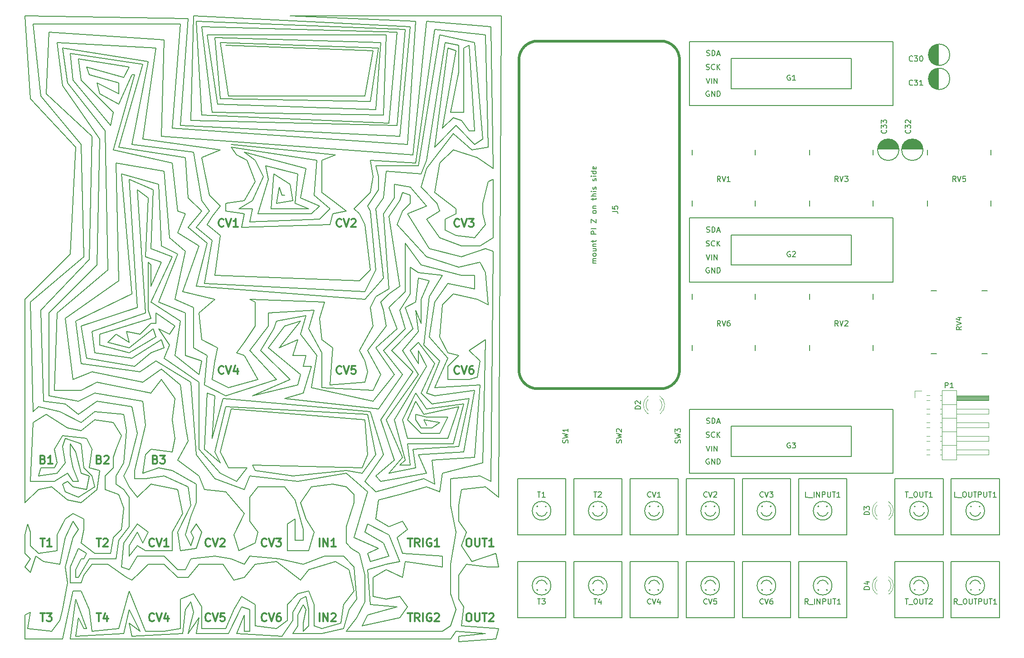
<source format=gbr>
G04 #@! TF.FileFunction,Legend,Top*
%FSLAX46Y46*%
G04 Gerber Fmt 4.6, Leading zero omitted, Abs format (unit mm)*
G04 Created by KiCad (PCBNEW 4.0.6) date 2018 May 30, Wednesday 17:12:06*
%MOMM*%
%LPD*%
G01*
G04 APERTURE LIST*
%ADD10C,0.100000*%
%ADD11C,0.200000*%
%ADD12C,0.300000*%
%ADD13C,0.120000*%
%ADD14C,0.150000*%
%ADD15C,0.500000*%
G04 APERTURE END LIST*
D10*
D11*
X-44000000Y-29000000D02*
X-43500000Y-29000000D01*
X-44500000Y-27500000D02*
X-44000000Y-29000000D01*
X-45000000Y-30500000D02*
X-44500000Y-27500000D01*
X-42000000Y-30000000D02*
X-45000000Y-30500000D01*
X-42500000Y-27000000D02*
X-42000000Y-30000000D01*
X-45500000Y-25000000D02*
X-42500000Y-27000000D01*
X-46000000Y-31500000D02*
X-45500000Y-25000000D01*
X-39000000Y-31500000D02*
X-46000000Y-31500000D01*
X-41500000Y-30500000D02*
X-39000000Y-31500000D01*
X-41000000Y-25000000D02*
X-41500000Y-30500000D01*
X-47000000Y-23500000D02*
X-41000000Y-25000000D01*
X-46500000Y-26000000D02*
X-47000000Y-23500000D01*
X-48500000Y-32500000D02*
X-46500000Y-26000000D01*
X-38500000Y-32500000D02*
X-48500000Y-32500000D01*
X-37000000Y-31000000D02*
X-38500000Y-32500000D01*
X-40500000Y-29500000D02*
X-37000000Y-31000000D01*
X-39500000Y-24000000D02*
X-40500000Y-29500000D01*
X-51000000Y-21000000D02*
X-39500000Y-24000000D01*
X-49000000Y-22500000D02*
X-51000000Y-21000000D01*
X-47500000Y-25500000D02*
X-49000000Y-22500000D01*
X-49500000Y-30000000D02*
X-47500000Y-25500000D01*
X-52000000Y-31500000D02*
X-49500000Y-30000000D01*
X-49500000Y-31500000D02*
X-52000000Y-31500000D01*
X-50000000Y-34000000D02*
X-49500000Y-31500000D01*
X-37000000Y-33500000D02*
X-50000000Y-34000000D01*
X-35000000Y-31500000D02*
X-37000000Y-33500000D01*
X-38000000Y-29000000D02*
X-35000000Y-31500000D01*
X-37500000Y-22500000D02*
X-38000000Y-29000000D01*
X-53500000Y-20000000D02*
X-37500000Y-22500000D01*
X-52500000Y-21500000D02*
X-53500000Y-20000000D01*
X-50500000Y-22500000D02*
X-52500000Y-21500000D01*
X-49000000Y-26500000D02*
X-50500000Y-22500000D01*
X-51000000Y-30000000D02*
X-49000000Y-26500000D01*
X-54500000Y-30500000D02*
X-51000000Y-30000000D01*
X-54500000Y-32000000D02*
X-54500000Y-30500000D01*
X-51000000Y-32500000D02*
X-54500000Y-32000000D01*
X-51500000Y-35000000D02*
X-51000000Y-32500000D01*
X-35000000Y-34500000D02*
X-51500000Y-35000000D01*
X-34500000Y-32500000D02*
X-35000000Y-34500000D01*
X-32000000Y-32000000D02*
X-34500000Y-32500000D01*
X-34500000Y-30000000D02*
X-32000000Y-32000000D01*
X-36500000Y-28500000D02*
X-34500000Y-30000000D01*
X-36500000Y-25000000D02*
X-36500000Y-28500000D01*
X-36500000Y-22500000D02*
X-36500000Y-25000000D01*
X-34000000Y-21500000D02*
X-36500000Y-22500000D01*
X-53500000Y-19500000D02*
X-34000000Y-21500000D01*
X-17500000Y-71000000D02*
X-17000000Y-72000000D01*
X-14500000Y-71500000D02*
X-17500000Y-71000000D01*
X-16000000Y-72500000D02*
X-14500000Y-71500000D01*
X-18000000Y-72500000D02*
X-16000000Y-72500000D01*
X-19000000Y-71000000D02*
X-18000000Y-72500000D01*
X-19000000Y-70000000D02*
X-19000000Y-71000000D01*
X-17000000Y-70500000D02*
X-19000000Y-70000000D01*
X-13000000Y-70500000D02*
X-17000000Y-70500000D01*
X-14500000Y-73500000D02*
X-13000000Y-70500000D01*
X-18000000Y-73500000D02*
X-14500000Y-73500000D01*
X-20500000Y-71000000D02*
X-18000000Y-73500000D01*
X-19000000Y-67500000D02*
X-20500000Y-71000000D01*
X-17500000Y-70000000D02*
X-19000000Y-67500000D01*
X-11000000Y-68500000D02*
X-17500000Y-70000000D01*
X-13000000Y-74500000D02*
X-11000000Y-68500000D01*
X-20500000Y-74500000D02*
X-13000000Y-74500000D01*
X-21500000Y-71000000D02*
X-20500000Y-74500000D01*
X-19000000Y-66000000D02*
X-21500000Y-71000000D01*
X-17000000Y-69000000D02*
X-19000000Y-66000000D01*
X-10000000Y-68000000D02*
X-17000000Y-69000000D01*
X-12000000Y-75500000D02*
X-10000000Y-68000000D01*
X-20500000Y-75500000D02*
X-12000000Y-75500000D01*
X-20000000Y-79500000D02*
X-20500000Y-75500000D01*
X-22000000Y-79500000D02*
X-20000000Y-79500000D01*
X-21000000Y-78500000D02*
X-22000000Y-79500000D01*
X-23000000Y-71000000D02*
X-21000000Y-78500000D01*
X-17000000Y-61000000D02*
X-23000000Y-71000000D01*
X-18500000Y-58000000D02*
X-17000000Y-61000000D01*
X-18500000Y-60500000D02*
X-18500000Y-58000000D01*
X-20000000Y-58000000D02*
X-18500000Y-60500000D01*
X-18500000Y-56500000D02*
X-20000000Y-58000000D01*
X-15500000Y-60500000D02*
X-18500000Y-56500000D01*
X-18000000Y-66000000D02*
X-15500000Y-60500000D01*
X-16000000Y-68000000D02*
X-18000000Y-66000000D01*
X-9000000Y-67000000D02*
X-16000000Y-68000000D01*
X-11000000Y-76000000D02*
X-9000000Y-67000000D01*
X-19500000Y-76500000D02*
X-11000000Y-76000000D01*
X-19000000Y-80000000D02*
X-19500000Y-76500000D01*
X-24000000Y-81000000D02*
X-19000000Y-80000000D01*
X-21500000Y-78000000D02*
X-24000000Y-81000000D01*
X-24500000Y-71000000D02*
X-21500000Y-78000000D01*
X-18500000Y-62500000D02*
X-24500000Y-71000000D01*
X-21500000Y-58000000D02*
X-18500000Y-62500000D01*
X-18500000Y-54500000D02*
X-21500000Y-58000000D01*
X-19000000Y-50500000D02*
X-18500000Y-54500000D01*
X-18000000Y-53000000D02*
X-19000000Y-50500000D01*
X-18000000Y-48500000D02*
X-18000000Y-53000000D01*
X-16500000Y-45000000D02*
X-18000000Y-48500000D01*
X-18500000Y-44500000D02*
X-16500000Y-45000000D01*
X-19000000Y-49000000D02*
X-18500000Y-44500000D01*
X-21000000Y-50000000D02*
X-19000000Y-49000000D01*
X-19500000Y-54000000D02*
X-21000000Y-50000000D01*
X-23500000Y-58000000D02*
X-19500000Y-54000000D01*
X-19500000Y-62000000D02*
X-23500000Y-58000000D01*
X-25500000Y-71000000D02*
X-19500000Y-62000000D01*
X-23000000Y-78500000D02*
X-25500000Y-71000000D01*
X-26500000Y-81500000D02*
X-23000000Y-78500000D01*
X-25500000Y-82500000D02*
X-26500000Y-81500000D01*
X-17000000Y-81000000D02*
X-25500000Y-82500000D01*
X-18500000Y-77500000D02*
X-17000000Y-81000000D01*
X-10000000Y-77000000D02*
X-18500000Y-77500000D01*
X-8000000Y-65500000D02*
X-10000000Y-77000000D01*
X-15500000Y-66500000D02*
X-8000000Y-65500000D01*
X-17000000Y-66000000D02*
X-15500000Y-66500000D01*
X-14500000Y-60000000D02*
X-17000000Y-66000000D01*
X-17500000Y-57000000D02*
X-14500000Y-60000000D01*
X-16500000Y-48000000D02*
X-17500000Y-57000000D01*
X-14000000Y-44000000D02*
X-16500000Y-48000000D01*
X-18500000Y-43500000D02*
X-14000000Y-44000000D01*
X-20000000Y-42500000D02*
X-18500000Y-43500000D01*
X-20000000Y-47500000D02*
X-20000000Y-42500000D01*
X-22000000Y-50500000D02*
X-20000000Y-47500000D01*
X-21000000Y-54000000D02*
X-22000000Y-50500000D01*
X-25000000Y-58000000D02*
X-21000000Y-54000000D01*
X-21500000Y-62500000D02*
X-25000000Y-58000000D01*
X-26000000Y-69000000D02*
X-21500000Y-62500000D01*
X-43500000Y-67000000D02*
X-26000000Y-69000000D01*
X-40000000Y-66000000D02*
X-43500000Y-67000000D01*
X-38500000Y-61000000D02*
X-40000000Y-66000000D01*
X-40000000Y-61000000D02*
X-38500000Y-61000000D01*
X-39500000Y-59000000D02*
X-40000000Y-61000000D01*
X-42000000Y-59000000D02*
X-39500000Y-59000000D01*
X-41000000Y-56000000D02*
X-42000000Y-59000000D01*
X-44500000Y-57500000D02*
X-41000000Y-56000000D01*
X-40500000Y-52500000D02*
X-44500000Y-57500000D01*
X-43500000Y-53500000D02*
X-40500000Y-52500000D01*
X-46500000Y-57500000D02*
X-43500000Y-53500000D01*
X-40500000Y-62500000D02*
X-46500000Y-57500000D01*
X-41000000Y-64500000D02*
X-40500000Y-62500000D01*
X-49500000Y-66500000D02*
X-41000000Y-64500000D01*
X-42500000Y-63500000D02*
X-49500000Y-66500000D01*
X-48000000Y-58000000D02*
X-42500000Y-63500000D01*
X-45500000Y-54000000D02*
X-48000000Y-58000000D01*
X-45000000Y-52500000D02*
X-45500000Y-54000000D01*
X-39500000Y-51500000D02*
X-45000000Y-52500000D01*
X-40500000Y-55000000D02*
X-39500000Y-51500000D01*
X-37500000Y-59000000D02*
X-40500000Y-55000000D01*
X-38500000Y-65000000D02*
X-37500000Y-59000000D01*
X-27000000Y-67500000D02*
X-38500000Y-65000000D01*
X-23000000Y-62500000D02*
X-27000000Y-67500000D01*
X-26500000Y-57500000D02*
X-23000000Y-62500000D01*
X-22500000Y-54000000D02*
X-26500000Y-57500000D01*
X-24000000Y-50000000D02*
X-22500000Y-54000000D01*
X-21000000Y-47000000D02*
X-24000000Y-50000000D01*
X-21000000Y-38000000D02*
X-21000000Y-47000000D01*
X-18000000Y-42000000D02*
X-21000000Y-38000000D01*
X-10500000Y-44000000D02*
X-18000000Y-42000000D01*
X-8000000Y-44000000D02*
X-10500000Y-44000000D01*
X-8000000Y-46500000D02*
X-8000000Y-44000000D01*
X-13000000Y-45500000D02*
X-8000000Y-46500000D01*
X-15500000Y-49000000D02*
X-13000000Y-45500000D01*
X-16500000Y-55500000D02*
X-15500000Y-49000000D01*
X-13000000Y-59500000D02*
X-16500000Y-55500000D01*
X-15500000Y-65000000D02*
X-13000000Y-59500000D01*
X-7000000Y-64500000D02*
X-15500000Y-65000000D01*
X-8000000Y-78000000D02*
X-7000000Y-64500000D01*
X-16000000Y-78500000D02*
X-8000000Y-78000000D01*
X-15500000Y-83000000D02*
X-16000000Y-78500000D01*
X-17500000Y-82000000D02*
X-15500000Y-83000000D01*
X-26500000Y-84500000D02*
X-17500000Y-82000000D01*
X-28500000Y-82500000D02*
X-26500000Y-84500000D01*
X-25000000Y-77500000D02*
X-28500000Y-82500000D01*
X-27500000Y-69500000D02*
X-25000000Y-77500000D01*
X-55000000Y-67000000D02*
X-27500000Y-69500000D01*
X-57000000Y-74500000D02*
X-55000000Y-67000000D01*
X-56500000Y-66500000D02*
X-57000000Y-74500000D01*
X-58000000Y-66000000D02*
X-56500000Y-66500000D01*
X-58500000Y-76500000D02*
X-58000000Y-66000000D01*
X-55500000Y-79000000D02*
X-58500000Y-76500000D01*
X-56500000Y-77000000D02*
X-55500000Y-79000000D01*
X-54500000Y-68500000D02*
X-56500000Y-77000000D01*
X-28000000Y-70000000D02*
X-54500000Y-68500000D01*
X-26500000Y-77500000D02*
X-28000000Y-70000000D01*
X-29000000Y-81000000D02*
X-26500000Y-77500000D01*
X-32000000Y-80500000D02*
X-29000000Y-81000000D01*
X-42000000Y-81500000D02*
X-32000000Y-80500000D01*
X-49000000Y-80500000D02*
X-42000000Y-81500000D01*
X-49500000Y-79500000D02*
X-49000000Y-80500000D01*
X-29000000Y-80000000D02*
X-49500000Y-79500000D01*
X-28000000Y-77500000D02*
X-29000000Y-80000000D01*
X-28500000Y-71000000D02*
X-28000000Y-77500000D01*
X-53500000Y-69000000D02*
X-28500000Y-71000000D01*
X-55500000Y-77000000D02*
X-53500000Y-69000000D01*
X-54000000Y-80000000D02*
X-55500000Y-77000000D01*
X-50500000Y-80000000D02*
X-54000000Y-80000000D01*
X-52500000Y-82500000D02*
X-50500000Y-80000000D01*
X-55500000Y-81000000D02*
X-52500000Y-82500000D01*
X-59500000Y-76500000D02*
X-55500000Y-81000000D01*
X-59500000Y-64000000D02*
X-59500000Y-76500000D01*
X-66000000Y-59500000D02*
X-59500000Y-64000000D01*
X-65000000Y-57000000D02*
X-66000000Y-59500000D01*
X-67000000Y-54000000D02*
X-65000000Y-57000000D01*
X-65000000Y-55000000D02*
X-67000000Y-54000000D01*
X-64000000Y-53500000D02*
X-65000000Y-55000000D01*
X-67500000Y-51000000D02*
X-64000000Y-53500000D01*
X-67500000Y-53000000D02*
X-67500000Y-51000000D01*
X-68500000Y-53000000D02*
X-67500000Y-53000000D01*
X-70500000Y-55000000D02*
X-68500000Y-53000000D01*
X-73000000Y-54500000D02*
X-70500000Y-55000000D01*
X-72500000Y-56500000D02*
X-73000000Y-54500000D01*
X-75000000Y-55000000D02*
X-72500000Y-56500000D01*
X-76500000Y-56500000D02*
X-75000000Y-55000000D01*
X-72500000Y-57500000D02*
X-76500000Y-56500000D01*
X-68000000Y-54000000D02*
X-72500000Y-57500000D01*
X-67500000Y-55500000D02*
X-68000000Y-54000000D01*
X-72500000Y-58500000D02*
X-67500000Y-55500000D01*
X-78000000Y-57000000D02*
X-72500000Y-58500000D01*
X-78000000Y-55000000D02*
X-78000000Y-57000000D01*
X-68500000Y-52000000D02*
X-78000000Y-55000000D01*
X-69000000Y-50500000D02*
X-68500000Y-52000000D01*
X-69000000Y-41500000D02*
X-69000000Y-50500000D01*
X-68500000Y-42000000D02*
X-69000000Y-41500000D01*
X-68500000Y-46000000D02*
X-68500000Y-42000000D01*
X-66500000Y-41500000D02*
X-68500000Y-46000000D01*
X-69500000Y-40500000D02*
X-66500000Y-41500000D01*
X-69000000Y-29500000D02*
X-69500000Y-40500000D01*
X-71000000Y-28000000D02*
X-69000000Y-29500000D01*
X-69500000Y-51000000D02*
X-71000000Y-28000000D01*
X-79500000Y-54500000D02*
X-69500000Y-51000000D01*
X-79000000Y-58500000D02*
X-79500000Y-54500000D01*
X-72000000Y-59500000D02*
X-79000000Y-58500000D01*
X-66500000Y-56000000D02*
X-72000000Y-59500000D01*
X-66000000Y-57500000D02*
X-66500000Y-56000000D01*
X-68500000Y-58500000D02*
X-66000000Y-57500000D01*
X-71500000Y-61000000D02*
X-68500000Y-58500000D01*
X-80500000Y-59500000D02*
X-71500000Y-61000000D01*
X-81500000Y-53500000D02*
X-80500000Y-59500000D01*
X-71000000Y-50000000D02*
X-81500000Y-53500000D01*
X-72500000Y-26000000D02*
X-71000000Y-50000000D01*
X-68000000Y-28000000D02*
X-72500000Y-26000000D01*
X-68500000Y-39000000D02*
X-68000000Y-28000000D01*
X-64500000Y-40500000D02*
X-68500000Y-39000000D01*
X-68500000Y-49000000D02*
X-64500000Y-40500000D01*
X-63000000Y-52500000D02*
X-68500000Y-49000000D01*
X-64000000Y-59000000D02*
X-63000000Y-52500000D01*
X-59500000Y-62500000D02*
X-64000000Y-59000000D01*
X-59000000Y-60000000D02*
X-59500000Y-62500000D01*
X-62000000Y-59000000D02*
X-59000000Y-60000000D01*
X-62000000Y-51000000D02*
X-62000000Y-59000000D01*
X-67000000Y-49000000D02*
X-62000000Y-51000000D01*
X-63500000Y-40000000D02*
X-67000000Y-49000000D01*
X-66500000Y-38500000D02*
X-63500000Y-40000000D01*
X-67000000Y-27000000D02*
X-66500000Y-38500000D01*
X-74000000Y-25000000D02*
X-67000000Y-27000000D01*
X-72000000Y-47500000D02*
X-74000000Y-25000000D01*
X-82500000Y-52500000D02*
X-72000000Y-47500000D01*
X-81500000Y-60500000D02*
X-82500000Y-52500000D01*
X-70500000Y-62000000D02*
X-81500000Y-60500000D01*
X-67500000Y-60000000D02*
X-70500000Y-62000000D01*
X-61000000Y-64000000D02*
X-67500000Y-60000000D01*
X-60000000Y-77500000D02*
X-61000000Y-64000000D01*
X-56500000Y-82000000D02*
X-60000000Y-77500000D01*
X-51000000Y-84000000D02*
X-56500000Y-82000000D01*
X-50000000Y-81500000D02*
X-51000000Y-84000000D01*
X-41000000Y-82500000D02*
X-50000000Y-81500000D01*
X-32000000Y-81000000D02*
X-41000000Y-82500000D01*
X-28000000Y-84500000D02*
X-32000000Y-81000000D01*
X-30500000Y-93000000D02*
X-28000000Y-84500000D01*
X-26000000Y-95000000D02*
X-30500000Y-93000000D01*
X-28000000Y-96000000D02*
X-26000000Y-95000000D01*
X-27500000Y-97500000D02*
X-28000000Y-96000000D01*
X-24000000Y-96500000D02*
X-27500000Y-97500000D01*
X-25000000Y-94000000D02*
X-24000000Y-96500000D01*
X-28500000Y-92000000D02*
X-25000000Y-94000000D01*
X-28000000Y-90500000D02*
X-28500000Y-92000000D01*
X-24000000Y-92500000D02*
X-28000000Y-90500000D01*
X-22000000Y-97500000D02*
X-24000000Y-92500000D01*
X-24500000Y-98000000D02*
X-22000000Y-97500000D01*
X-28000000Y-99000000D02*
X-24500000Y-98000000D01*
X-27500000Y-105500000D02*
X-28000000Y-99000000D01*
X-22500000Y-106000000D02*
X-27500000Y-105500000D01*
X-28000000Y-107500000D02*
X-22500000Y-106000000D01*
X-29000000Y-109500000D02*
X-28000000Y-107500000D01*
X-22000000Y-108000000D02*
X-29000000Y-109500000D01*
X-20500000Y-106000000D02*
X-22000000Y-108000000D01*
X-22000000Y-104000000D02*
X-20500000Y-106000000D01*
X-24500000Y-104500000D02*
X-22000000Y-104000000D01*
X-27000000Y-104000000D02*
X-24500000Y-104500000D01*
X-27000000Y-100500000D02*
X-27000000Y-104000000D01*
X-24500000Y-99000000D02*
X-27000000Y-100500000D01*
X-21500000Y-100500000D02*
X-24500000Y-99000000D01*
X-21000000Y-97500000D02*
X-21500000Y-100500000D01*
X-14000000Y-98500000D02*
X-21000000Y-97500000D01*
X-14000000Y-96500000D02*
X-14000000Y-98500000D01*
X-21500000Y-96000000D02*
X-14000000Y-96500000D01*
X-22500000Y-93000000D02*
X-21500000Y-96000000D01*
X-20500000Y-91500000D02*
X-22500000Y-93000000D01*
X-21500000Y-90000000D02*
X-20500000Y-91500000D01*
X-24000000Y-91000000D02*
X-21500000Y-90000000D01*
X-26500000Y-89500000D02*
X-24000000Y-91000000D01*
X-26000000Y-86000000D02*
X-26500000Y-89500000D01*
X-22000000Y-85000000D02*
X-26000000Y-86000000D01*
X-17000000Y-83500000D02*
X-22000000Y-85000000D01*
X-14500000Y-84500000D02*
X-17000000Y-83500000D01*
X-14000000Y-81000000D02*
X-14500000Y-84500000D01*
X-6500000Y-79000000D02*
X-14000000Y-81000000D01*
X-6000000Y-56000000D02*
X-6500000Y-79000000D01*
X-9000000Y-58000000D02*
X-6000000Y-56000000D01*
X-7000000Y-60000000D02*
X-9000000Y-58000000D01*
X-7500000Y-63000000D02*
X-7000000Y-60000000D01*
X-9000000Y-63500000D02*
X-7500000Y-63000000D01*
X-13000000Y-63500000D02*
X-9000000Y-63500000D01*
X-13000000Y-61000000D02*
X-13000000Y-63500000D01*
X-11000000Y-59000000D02*
X-13000000Y-61000000D01*
X-13000000Y-58500000D02*
X-11000000Y-59000000D01*
X-14500000Y-55500000D02*
X-13000000Y-58500000D01*
X-14000000Y-49500000D02*
X-14500000Y-55500000D01*
X-12000000Y-47500000D02*
X-14000000Y-49500000D01*
X-7500000Y-48500000D02*
X-12000000Y-47500000D01*
X-5500000Y-49500000D02*
X-7500000Y-48500000D01*
X-6000000Y-43500000D02*
X-5500000Y-49500000D01*
X-7000000Y-41500000D02*
X-6000000Y-43500000D01*
X-11000000Y-42500000D02*
X-7000000Y-41500000D01*
X-17000000Y-40500000D02*
X-11000000Y-42500000D01*
X-22500000Y-34500000D02*
X-17000000Y-40500000D01*
X-21500000Y-32000000D02*
X-22500000Y-34500000D01*
X-20000000Y-30500000D02*
X-21500000Y-32000000D01*
X-20000000Y-29000000D02*
X-20000000Y-30500000D01*
X-21500000Y-28500000D02*
X-20000000Y-29000000D01*
X-22000000Y-30000000D02*
X-21500000Y-28500000D01*
X-24000000Y-33000000D02*
X-22000000Y-30000000D01*
X-22000000Y-46000000D02*
X-24000000Y-33000000D01*
X-24000000Y-47500000D02*
X-22000000Y-46000000D01*
X-25500000Y-49000000D02*
X-24000000Y-47500000D01*
X-25000000Y-50500000D02*
X-25500000Y-49000000D01*
X-24500000Y-53500000D02*
X-25000000Y-50500000D01*
X-28000000Y-58000000D02*
X-24500000Y-53500000D01*
X-25500000Y-62500000D02*
X-28000000Y-58000000D01*
X-27000000Y-65500000D02*
X-25500000Y-62500000D01*
X-36500000Y-65000000D02*
X-27000000Y-65500000D01*
X-36500000Y-58500000D02*
X-36500000Y-65000000D01*
X-39000000Y-54000000D02*
X-36500000Y-58500000D01*
X-38000000Y-50500000D02*
X-39000000Y-54000000D01*
X-46500000Y-51000000D02*
X-38000000Y-50500000D01*
X-46500000Y-53500000D02*
X-46500000Y-51000000D01*
X-50000000Y-58000000D02*
X-46500000Y-53500000D01*
X-45000000Y-63500000D02*
X-50000000Y-58000000D01*
X-54500000Y-66500000D02*
X-45000000Y-63500000D01*
X-58500000Y-64500000D02*
X-54500000Y-66500000D01*
X-58000000Y-59000000D02*
X-58500000Y-64500000D01*
X-60500000Y-57500000D02*
X-58000000Y-59000000D01*
X-60500000Y-50000000D02*
X-60500000Y-57500000D01*
X-64000000Y-48500000D02*
X-60500000Y-50000000D01*
X-62000000Y-39500000D02*
X-64000000Y-48500000D01*
X-65000000Y-37000000D02*
X-62000000Y-39500000D01*
X-66000000Y-24500000D02*
X-65000000Y-37000000D01*
X-75000000Y-23000000D02*
X-66000000Y-24500000D01*
X-74500000Y-45000000D02*
X-75000000Y-23000000D01*
X-84500000Y-52000000D02*
X-74500000Y-45000000D01*
X-83000000Y-63500000D02*
X-84500000Y-52000000D01*
X-79500000Y-62000000D02*
X-83000000Y-63500000D01*
X-70000000Y-64000000D02*
X-79500000Y-62000000D01*
X-66500000Y-61500000D02*
X-70000000Y-64000000D01*
X-63000000Y-64500000D02*
X-66500000Y-61500000D01*
X-62000000Y-72000000D02*
X-63000000Y-64500000D01*
X-61500000Y-75000000D02*
X-62000000Y-72000000D01*
X-63500000Y-78500000D02*
X-61500000Y-75000000D01*
X-59500000Y-81500000D02*
X-63500000Y-78500000D01*
X-58500000Y-84000000D02*
X-59500000Y-81500000D01*
X-54500000Y-84500000D02*
X-58500000Y-84000000D01*
X-51000000Y-88500000D02*
X-54500000Y-84500000D01*
X-53000000Y-92500000D02*
X-51000000Y-88500000D01*
X-52000000Y-95500000D02*
X-53000000Y-92500000D01*
X-49000000Y-94000000D02*
X-52000000Y-95500000D01*
X-48500000Y-92000000D02*
X-49000000Y-94000000D01*
X-50000000Y-90000000D02*
X-48500000Y-92000000D01*
X-50000000Y-85500000D02*
X-50000000Y-90000000D01*
X-48500000Y-83500000D02*
X-50000000Y-85500000D01*
X-43500000Y-83500000D02*
X-48500000Y-83500000D01*
X-41500000Y-86000000D02*
X-43500000Y-83500000D01*
X-40000000Y-91500000D02*
X-41500000Y-86000000D01*
X-40000000Y-93500000D02*
X-40000000Y-91500000D01*
X-41500000Y-93500000D02*
X-40000000Y-93500000D01*
X-41500000Y-89500000D02*
X-41500000Y-93500000D01*
X-43000000Y-90500000D02*
X-41500000Y-89500000D01*
X-43000000Y-92500000D02*
X-43000000Y-90500000D01*
X-43000000Y-95500000D02*
X-43000000Y-92500000D01*
X-39000000Y-95500000D02*
X-43000000Y-95500000D01*
X-38000000Y-92000000D02*
X-39000000Y-95500000D01*
X-39500000Y-89500000D02*
X-38000000Y-92000000D01*
X-40500000Y-86500000D02*
X-39500000Y-89500000D01*
X-38500000Y-83500000D02*
X-40500000Y-86500000D01*
X-34500000Y-83000000D02*
X-38500000Y-83500000D01*
X-32000000Y-83500000D02*
X-34500000Y-83000000D01*
X-30500000Y-85000000D02*
X-32000000Y-83500000D01*
X-30500000Y-86500000D02*
X-30500000Y-85000000D01*
X-32000000Y-91000000D02*
X-30500000Y-86500000D01*
X-32000000Y-94000000D02*
X-32000000Y-91000000D01*
X-31000000Y-95000000D02*
X-32000000Y-94000000D01*
X-29500000Y-96000000D02*
X-31000000Y-95000000D01*
X-28500000Y-100000000D02*
X-29500000Y-96000000D01*
X-28500000Y-105000000D02*
X-28500000Y-100000000D01*
X-30000000Y-108000000D02*
X-28500000Y-105000000D01*
X-32000000Y-110500000D02*
X-30000000Y-108000000D01*
X-22500000Y-110500000D02*
X-32000000Y-110500000D01*
X-14000000Y-110500000D02*
X-22500000Y-110500000D01*
X-12500000Y-109500000D02*
X-14000000Y-110500000D01*
X-11500000Y-106500000D02*
X-12500000Y-109500000D01*
X-12500000Y-103500000D02*
X-11500000Y-106500000D01*
X-12500000Y-98000000D02*
X-12500000Y-103500000D01*
X-11500000Y-92000000D02*
X-12500000Y-98000000D01*
X-12500000Y-87000000D02*
X-11500000Y-92000000D01*
X-12500000Y-82000000D02*
X-12500000Y-87000000D01*
X-7000000Y-81500000D02*
X-12500000Y-82000000D01*
X-5000000Y-82500000D02*
X-7000000Y-81500000D01*
X-4500000Y-39500000D02*
X-5000000Y-82500000D01*
X-6000000Y-39000000D02*
X-4500000Y-39500000D01*
X-10500000Y-40500000D02*
X-6000000Y-39000000D01*
X-16500000Y-39000000D02*
X-10500000Y-40500000D01*
X-20500000Y-32500000D02*
X-16500000Y-39000000D01*
X-17000000Y-31000000D02*
X-20500000Y-32500000D01*
X-20000000Y-27500000D02*
X-17000000Y-31000000D01*
X-23000000Y-27000000D02*
X-20000000Y-27500000D01*
X-23000000Y-29500000D02*
X-23000000Y-27000000D01*
X-25000000Y-32500000D02*
X-23000000Y-29500000D01*
X-24000000Y-46500000D02*
X-25000000Y-32500000D01*
X-26500000Y-48000000D02*
X-24000000Y-46500000D01*
X-27500000Y-50000000D02*
X-26500000Y-48000000D01*
X-27000000Y-53500000D02*
X-27500000Y-50000000D01*
X-29500000Y-58000000D02*
X-27000000Y-53500000D01*
X-28500000Y-60000000D02*
X-29500000Y-58000000D01*
X-28000000Y-62000000D02*
X-28500000Y-60000000D01*
X-28500000Y-64000000D02*
X-28000000Y-62000000D01*
X-35000000Y-64500000D02*
X-28500000Y-64000000D01*
X-34500000Y-57500000D02*
X-35000000Y-64500000D01*
X-36500000Y-56000000D02*
X-34500000Y-57500000D01*
X-37000000Y-52000000D02*
X-36500000Y-56000000D01*
X-36000000Y-49000000D02*
X-37000000Y-52000000D01*
X-50000000Y-48500000D02*
X-36000000Y-49000000D01*
X-49000000Y-49000000D02*
X-50000000Y-48500000D01*
X-49000000Y-53500000D02*
X-49000000Y-49000000D01*
X-51000000Y-56500000D02*
X-49000000Y-53500000D01*
X-52500000Y-58500000D02*
X-51000000Y-56500000D01*
X-51000000Y-59000000D02*
X-52500000Y-58500000D01*
X-48500000Y-63500000D02*
X-51000000Y-59000000D01*
X-54000000Y-65000000D02*
X-48500000Y-63500000D01*
X-57000000Y-63500000D02*
X-54000000Y-65000000D01*
X-56500000Y-60000000D02*
X-57000000Y-63500000D01*
X-56000000Y-57500000D02*
X-56500000Y-60000000D01*
X-59000000Y-56000000D02*
X-56000000Y-57500000D01*
X-59500000Y-51000000D02*
X-59000000Y-56000000D01*
X-56500000Y-48500000D02*
X-59500000Y-51000000D01*
X-62500000Y-47000000D02*
X-56500000Y-48500000D01*
X-59500000Y-38500000D02*
X-62500000Y-47000000D01*
X-63500000Y-36000000D02*
X-59500000Y-38500000D01*
X-62000000Y-32500000D02*
X-63500000Y-36000000D01*
X-63500000Y-32000000D02*
X-62000000Y-32500000D01*
X-64500000Y-23000000D02*
X-63500000Y-32000000D01*
X-75500000Y-20500000D02*
X-64500000Y-23000000D01*
X-71500000Y-6500000D02*
X-75500000Y-20500000D01*
X-72000000Y-6500000D02*
X-71500000Y-6500000D01*
X-74500000Y-12000000D02*
X-72000000Y-6500000D01*
X-78000000Y-10000000D02*
X-74500000Y-12000000D01*
X-78500000Y-8000000D02*
X-78000000Y-10000000D01*
X-74500000Y-10000000D02*
X-78500000Y-8000000D01*
X-74500000Y-8000000D02*
X-74500000Y-10000000D01*
X-80000000Y-6500000D02*
X-74500000Y-8000000D01*
X-80500000Y-5000000D02*
X-80000000Y-6500000D01*
X-73500000Y-7000000D02*
X-80500000Y-5000000D01*
X-72500000Y-5000000D02*
X-73500000Y-7000000D01*
X-82000000Y-3500000D02*
X-72500000Y-5000000D01*
X-81500000Y-7500000D02*
X-82000000Y-3500000D01*
X-75500000Y-13500000D02*
X-81500000Y-7500000D01*
X-76000000Y-16000000D02*
X-75500000Y-13500000D01*
X-83000000Y-7500000D02*
X-76000000Y-16000000D01*
X-83500000Y-2500000D02*
X-83000000Y-7500000D01*
X-70000000Y-4500000D02*
X-83500000Y-2500000D01*
X-74500000Y-20000000D02*
X-70000000Y-4500000D01*
X-62000000Y-22000000D02*
X-74500000Y-20000000D01*
X-61500000Y-29500000D02*
X-62000000Y-22000000D01*
X-59000000Y-32000000D02*
X-61500000Y-29500000D01*
X-61500000Y-35000000D02*
X-59000000Y-32000000D01*
X-58000000Y-38000000D02*
X-61500000Y-35000000D01*
X-60000000Y-46000000D02*
X-58000000Y-38000000D01*
X-28500000Y-48500000D02*
X-60000000Y-46000000D01*
X-25000000Y-44500000D02*
X-28500000Y-48500000D01*
X-26500000Y-31500000D02*
X-25000000Y-44500000D01*
X-25000000Y-29500000D02*
X-26500000Y-31500000D01*
X-24500000Y-24500000D02*
X-25000000Y-29500000D01*
X-18000000Y-25000000D02*
X-24500000Y-24500000D01*
X-17000000Y-22500000D02*
X-18000000Y-25000000D01*
X-13500000Y-500000D02*
X-17000000Y-22500000D01*
X-11000000Y-1000000D02*
X-13500000Y-500000D01*
X-11000000Y-6000000D02*
X-11000000Y-1000000D01*
X-12500000Y-13500000D02*
X-11000000Y-6000000D01*
X-10000000Y-13500000D02*
X-12500000Y-13500000D01*
X-10000000Y-1500000D02*
X-10000000Y-13500000D01*
X-9000000Y-1000000D02*
X-10000000Y-1500000D01*
X-8000000Y-17000000D02*
X-9000000Y-1000000D01*
X-9000000Y-17000000D02*
X-8000000Y-17000000D01*
X-10500000Y-15000000D02*
X-9000000Y-17000000D01*
X-12000000Y-14500000D02*
X-10500000Y-15000000D01*
X-14000000Y-16500000D02*
X-12000000Y-14500000D01*
X-11500000Y-2000000D02*
X-14000000Y-16500000D01*
X-13000000Y-1500000D02*
X-11500000Y-2000000D01*
X-15500000Y-20000000D02*
X-13000000Y-1500000D01*
X-11500000Y-16000000D02*
X-15500000Y-20000000D01*
X-8000000Y-19500000D02*
X-11500000Y-16000000D01*
X-6500000Y-18500000D02*
X-8000000Y-19500000D01*
X-8000000Y-500000D02*
X-6500000Y-18500000D01*
X-14500000Y1000000D02*
X-8000000Y-500000D01*
X-18500000Y-23500000D02*
X-14500000Y1000000D01*
X-26500000Y-23500000D02*
X-18500000Y-23500000D01*
X-26000000Y-25500000D02*
X-26500000Y-23500000D01*
X-26000000Y-28000000D02*
X-26000000Y-25500000D01*
X-27000000Y-29500000D02*
X-26000000Y-28000000D01*
X-28000000Y-31000000D02*
X-27000000Y-29500000D01*
X-27500000Y-32000000D02*
X-28000000Y-31000000D01*
X-26500000Y-43000000D02*
X-27500000Y-32000000D01*
X-28500000Y-47000000D02*
X-26500000Y-43000000D01*
X-58500000Y-45500000D02*
X-28500000Y-47000000D01*
X-57000000Y-37500000D02*
X-58500000Y-45500000D01*
X-60000000Y-35000000D02*
X-57000000Y-37500000D01*
X-57500000Y-32000000D02*
X-60000000Y-35000000D01*
X-59000000Y-30000000D02*
X-57500000Y-32000000D01*
X-60500000Y-21000000D02*
X-59000000Y-30000000D01*
X-72000000Y-19500000D02*
X-60500000Y-21000000D01*
X-69000000Y-4000000D02*
X-72000000Y-19500000D01*
X-85000000Y-1500000D02*
X-69000000Y-4000000D01*
X-84000000Y-8000000D02*
X-85000000Y-1500000D01*
X-77000000Y-17000000D02*
X-84000000Y-8000000D01*
X-76500000Y-43000000D02*
X-77000000Y-17000000D01*
X-86000000Y-51000000D02*
X-76500000Y-43000000D01*
X-86500000Y-65500000D02*
X-86000000Y-51000000D01*
X-81500000Y-65500000D02*
X-86500000Y-65500000D01*
X-78500000Y-64000000D02*
X-81500000Y-65500000D01*
X-68500000Y-66000000D02*
X-78500000Y-64000000D01*
X-66500000Y-63500000D02*
X-68500000Y-66000000D01*
X-64000000Y-67000000D02*
X-66500000Y-63500000D01*
X-64500000Y-71000000D02*
X-64000000Y-67000000D01*
X-64000000Y-74500000D02*
X-64500000Y-71000000D01*
X-64500000Y-77000000D02*
X-64000000Y-74500000D01*
X-68500000Y-76500000D02*
X-64500000Y-77000000D01*
X-69500000Y-77500000D02*
X-68500000Y-76500000D01*
X-70000000Y-81000000D02*
X-69500000Y-77500000D01*
X-67000000Y-80000000D02*
X-70000000Y-81000000D01*
X-64500000Y-80500000D02*
X-67000000Y-80000000D01*
X-60000000Y-83000000D02*
X-64500000Y-80500000D01*
X-60000000Y-86500000D02*
X-60000000Y-83000000D01*
X-61000000Y-89000000D02*
X-60000000Y-86500000D01*
X-62000000Y-92500000D02*
X-61000000Y-89000000D01*
X-61000000Y-94500000D02*
X-62000000Y-92500000D01*
X-60500000Y-93000000D02*
X-61000000Y-94500000D01*
X-61000000Y-92000000D02*
X-60500000Y-93000000D01*
X-60000000Y-90500000D02*
X-61000000Y-92000000D01*
X-59000000Y-92000000D02*
X-60000000Y-90500000D01*
X-60000000Y-95000000D02*
X-59000000Y-92000000D01*
X-63000000Y-95500000D02*
X-60000000Y-95000000D01*
X-63500000Y-92000000D02*
X-63000000Y-95500000D01*
X-61000000Y-87000000D02*
X-63500000Y-92000000D01*
X-61500000Y-83500000D02*
X-61000000Y-87000000D01*
X-66000000Y-81500000D02*
X-61500000Y-83500000D01*
X-69500000Y-82000000D02*
X-66000000Y-81500000D01*
X-71500000Y-82000000D02*
X-69500000Y-82000000D01*
X-71500000Y-80500000D02*
X-71500000Y-82000000D01*
X-69500000Y-72000000D02*
X-71500000Y-80500000D01*
X-70000000Y-67500000D02*
X-69500000Y-72000000D01*
X-79000000Y-66000000D02*
X-70000000Y-67500000D01*
X-82000000Y-67500000D02*
X-79000000Y-66000000D01*
X-87500000Y-66500000D02*
X-82000000Y-67500000D01*
X-87500000Y-51000000D02*
X-87500000Y-66500000D01*
X-78500000Y-42000000D02*
X-87500000Y-51000000D01*
X-78000000Y-18500000D02*
X-78500000Y-42000000D01*
X-85000000Y-8500000D02*
X-78000000Y-18500000D01*
X-86000000Y-500000D02*
X-85000000Y-8500000D01*
X-67500000Y-1500000D02*
X-86000000Y-500000D01*
X-70000000Y-18500000D02*
X-67500000Y-1500000D01*
X-55500000Y-20500000D02*
X-70000000Y-18500000D01*
X-59000000Y-22000000D02*
X-55500000Y-20500000D01*
X-57500000Y-29000000D02*
X-59000000Y-22000000D01*
X-55500000Y-31000000D02*
X-57500000Y-29000000D01*
X-57000000Y-33000000D02*
X-55500000Y-31000000D01*
X-58000000Y-34500000D02*
X-57000000Y-33000000D01*
X-55500000Y-36500000D02*
X-58000000Y-34500000D01*
X-56500000Y-44000000D02*
X-55500000Y-36500000D01*
X-29500000Y-45000000D02*
X-56500000Y-44000000D01*
X-27500000Y-43000000D02*
X-29500000Y-45000000D01*
X-28500000Y-34500000D02*
X-27500000Y-43000000D01*
X-29500000Y-32500000D02*
X-28500000Y-34500000D01*
X-30500000Y-31500000D02*
X-29500000Y-32500000D01*
X-29500000Y-30500000D02*
X-30500000Y-31500000D01*
X-27500000Y-28500000D02*
X-29500000Y-30500000D01*
X-27000000Y-25500000D02*
X-27500000Y-28500000D01*
X-27500000Y-22500000D02*
X-27000000Y-25500000D01*
X-19000000Y-23000000D02*
X-27500000Y-22500000D01*
X-15500000Y2000000D02*
X-19000000Y-23000000D01*
X-6000000Y1000000D02*
X-15500000Y2000000D01*
X-5500000Y-20000000D02*
X-6000000Y1000000D01*
X-8500000Y-20500000D02*
X-5500000Y-20000000D01*
X-12000000Y-17500000D02*
X-8500000Y-20500000D01*
X-17000000Y-24000000D02*
X-12000000Y-17500000D01*
X-18000000Y-27500000D02*
X-17000000Y-24000000D01*
X-15000000Y-30500000D02*
X-18000000Y-27500000D01*
X-14500000Y-32000000D02*
X-15000000Y-30500000D01*
X-17000000Y-33500000D02*
X-14500000Y-32000000D01*
X-14500000Y-37000000D02*
X-17000000Y-33500000D01*
X-10500000Y-38500000D02*
X-14500000Y-37000000D01*
X-7000000Y-38500000D02*
X-10500000Y-38500000D01*
X-4500000Y-37000000D02*
X-7000000Y-38500000D01*
X-4500000Y-26000000D02*
X-4500000Y-37000000D01*
X-5500000Y-26500000D02*
X-4500000Y-26000000D01*
X-6500000Y-30500000D02*
X-5500000Y-26500000D01*
X-6500000Y-32500000D02*
X-6500000Y-30500000D01*
X-6000000Y-34500000D02*
X-6500000Y-32500000D01*
X-8000000Y-37000000D02*
X-6000000Y-34500000D01*
X-11500000Y-36500000D02*
X-8000000Y-37000000D01*
X-13500000Y-35500000D02*
X-11500000Y-36500000D01*
X-13500000Y-33500000D02*
X-13500000Y-35500000D01*
X-11500000Y-32500000D02*
X-13500000Y-33500000D01*
X-11500000Y-31500000D02*
X-11500000Y-32500000D01*
X-15500000Y-28500000D02*
X-11500000Y-31500000D01*
X-14500000Y-23000000D02*
X-15500000Y-28500000D01*
X-12000000Y-20500000D02*
X-14500000Y-23000000D01*
X-7500000Y-22000000D02*
X-12000000Y-20500000D01*
X-4500000Y-24000000D02*
X-7500000Y-22000000D01*
X-5000000Y2500000D02*
X-4500000Y-24000000D01*
X-17000000Y3500000D02*
X-5000000Y2500000D01*
X-19500000Y-21500000D02*
X-17000000Y3500000D01*
X-66500000Y-18000000D02*
X-19500000Y-21500000D01*
X-66000000Y0D02*
X-66500000Y-18000000D01*
X-87500000Y1500000D02*
X-66000000Y0D01*
X-88000000Y-10000000D02*
X-87500000Y1500000D01*
X-79500000Y-18000000D02*
X-88000000Y-10000000D01*
X-80000000Y-41000000D02*
X-79500000Y-18000000D01*
X-89000000Y-50500000D02*
X-80000000Y-41000000D01*
X-88500000Y-67500000D02*
X-89000000Y-50500000D01*
X-84500000Y-68000000D02*
X-88500000Y-67500000D01*
X-82000000Y-70000000D02*
X-84500000Y-68000000D01*
X-78500000Y-67500000D02*
X-82000000Y-70000000D01*
X-72000000Y-68500000D02*
X-78500000Y-67500000D01*
X-71000000Y-73500000D02*
X-72000000Y-68500000D01*
X-72500000Y-79500000D02*
X-71000000Y-73500000D01*
X-73500000Y-81500000D02*
X-72500000Y-79500000D01*
X-72500000Y-83500000D02*
X-73500000Y-81500000D01*
X-71000000Y-85500000D02*
X-72500000Y-83500000D01*
X-68500000Y-83000000D02*
X-71000000Y-85500000D01*
X-63500000Y-84000000D02*
X-68500000Y-83000000D01*
X-62500000Y-88500000D02*
X-63500000Y-84000000D01*
X-64500000Y-92000000D02*
X-62500000Y-88500000D01*
X-64500000Y-95500000D02*
X-64500000Y-92000000D01*
X-69500000Y-95500000D02*
X-64500000Y-95500000D01*
X-71000000Y-94500000D02*
X-69500000Y-95500000D01*
X-72500000Y-96500000D02*
X-71000000Y-94500000D01*
X-72500000Y-94500000D02*
X-72500000Y-96500000D01*
X-71000000Y-92000000D02*
X-72500000Y-94500000D01*
X-70000000Y-94000000D02*
X-71000000Y-92000000D01*
X-69000000Y-92000000D02*
X-70000000Y-94000000D01*
X-71000000Y-90500000D02*
X-69000000Y-92000000D01*
X-73500000Y-94000000D02*
X-71000000Y-90500000D01*
X-74000000Y-98500000D02*
X-73500000Y-94000000D01*
X-72500000Y-99000000D02*
X-74000000Y-98500000D01*
X-71000000Y-96500000D02*
X-72500000Y-99000000D01*
X-66000000Y-96500000D02*
X-71000000Y-96500000D01*
X-63500000Y-99000000D02*
X-66000000Y-96500000D01*
X-62000000Y-99000000D02*
X-63500000Y-99000000D01*
X-61000000Y-97000000D02*
X-62000000Y-99000000D01*
X-56500000Y-96500000D02*
X-61000000Y-97000000D01*
X-53500000Y-97000000D02*
X-56500000Y-96500000D01*
X-51000000Y-98000000D02*
X-53500000Y-97000000D01*
X-50000000Y-96500000D02*
X-51000000Y-98000000D01*
X-44500000Y-97000000D02*
X-50000000Y-96500000D01*
X-40000000Y-98000000D02*
X-44500000Y-97000000D01*
X-36000000Y-96500000D02*
X-40000000Y-98000000D01*
X-32500000Y-96500000D02*
X-36000000Y-96500000D01*
X-30500000Y-98500000D02*
X-32500000Y-96500000D01*
X-30000000Y-104500000D02*
X-30500000Y-98500000D01*
X-31500000Y-106500000D02*
X-30000000Y-104500000D01*
X-32500000Y-110000000D02*
X-31500000Y-106500000D01*
X-36500000Y-111000000D02*
X-32500000Y-110000000D01*
X-42000000Y-111000000D02*
X-36500000Y-111000000D01*
X-41000000Y-109500000D02*
X-42000000Y-111000000D01*
X-41000000Y-107500000D02*
X-41000000Y-109500000D01*
X-40000000Y-105500000D02*
X-41000000Y-107500000D01*
X-39500000Y-106500000D02*
X-40000000Y-105500000D01*
X-40000000Y-109000000D02*
X-39500000Y-106500000D01*
X-40000000Y-110500000D02*
X-40000000Y-109000000D01*
X-39000000Y-109500000D02*
X-40000000Y-110500000D01*
X-39000000Y-106500000D02*
X-39000000Y-109500000D01*
X-39500000Y-104000000D02*
X-39000000Y-106500000D01*
X-40500000Y-104500000D02*
X-39500000Y-104000000D01*
X-42000000Y-107000000D02*
X-40500000Y-104500000D01*
X-42000000Y-108500000D02*
X-42000000Y-107000000D01*
X-44000000Y-111500000D02*
X-42000000Y-108500000D01*
X-52500000Y-111000000D02*
X-44000000Y-111500000D01*
X-51000000Y-107500000D02*
X-52500000Y-111000000D01*
X-51000000Y-110500000D02*
X-51000000Y-107500000D01*
X-50000000Y-110500000D02*
X-51000000Y-110500000D01*
X-50000000Y-106500000D02*
X-50000000Y-110500000D01*
X-51500000Y-106000000D02*
X-50000000Y-106500000D01*
X-54000000Y-111000000D02*
X-51500000Y-106000000D01*
X-60000000Y-111000000D02*
X-54000000Y-111000000D01*
X-59500000Y-108000000D02*
X-60000000Y-111000000D01*
X-61500000Y-111000000D02*
X-59500000Y-108000000D01*
X-60500000Y-107000000D02*
X-61500000Y-111000000D01*
X-61000000Y-105000000D02*
X-60500000Y-107000000D01*
X-62000000Y-106500000D02*
X-61000000Y-105000000D01*
X-62500000Y-111000000D02*
X-62000000Y-106500000D01*
X-72000000Y-111500000D02*
X-62500000Y-111000000D01*
X-72500000Y-109000000D02*
X-72000000Y-111500000D01*
X-70500000Y-110500000D02*
X-72500000Y-109000000D01*
X-72500000Y-106500000D02*
X-70500000Y-110500000D01*
X-73500000Y-111000000D02*
X-72500000Y-106500000D01*
X-82500000Y-111500000D02*
X-73500000Y-111000000D01*
X-82000000Y-108000000D02*
X-82500000Y-111500000D01*
X-81000000Y-110000000D02*
X-82000000Y-108000000D01*
X-80500000Y-110000000D02*
X-81000000Y-110000000D01*
X-82500000Y-104500000D02*
X-80500000Y-110000000D01*
X-83500000Y-112000000D02*
X-82500000Y-104500000D01*
X-12500000Y-112000000D02*
X-83500000Y-112000000D01*
X-11500000Y-110500000D02*
X-12500000Y-112000000D01*
X-6000000Y-111000000D02*
X-11500000Y-110500000D01*
X-11000000Y-111500000D02*
X-6000000Y-111000000D01*
X-11000000Y-112500000D02*
X-11000000Y-111500000D01*
X-4000000Y-112000000D02*
X-11000000Y-112500000D01*
X-3500000Y-110000000D02*
X-4000000Y-112000000D01*
X-10500000Y-109500000D02*
X-3500000Y-110000000D01*
X-10000000Y-106000000D02*
X-10500000Y-109500000D01*
X-11000000Y-104500000D02*
X-10000000Y-106000000D01*
X-11000000Y-100000000D02*
X-11000000Y-104500000D01*
X-9500000Y-98000000D02*
X-11000000Y-100000000D01*
X-5500000Y-98500000D02*
X-9500000Y-98000000D01*
X-3500000Y-98500000D02*
X-5500000Y-98500000D01*
X-4000000Y-96000000D02*
X-3500000Y-98500000D01*
X-8500000Y-97500000D02*
X-4000000Y-96000000D01*
X-10500000Y-94500000D02*
X-8500000Y-97500000D01*
X-9500000Y-92000000D02*
X-10500000Y-94500000D01*
X-11000000Y-90000000D02*
X-9500000Y-92000000D01*
X-11000000Y-87000000D02*
X-11000000Y-90000000D01*
X-10500000Y-84000000D02*
X-11000000Y-87000000D01*
X-6000000Y-83500000D02*
X-10500000Y-84000000D01*
X-3500000Y-85500000D02*
X-6000000Y-83500000D01*
X-3000000Y4500000D02*
X-3500000Y-85500000D01*
X-42500000Y4500000D02*
X-3000000Y4500000D01*
X-19000000Y3500000D02*
X-42500000Y4500000D01*
X-20500000Y-19500000D02*
X-19000000Y3500000D01*
X-64500000Y-16500000D02*
X-20500000Y-19500000D01*
X-63000000Y3000000D02*
X-64500000Y-16500000D01*
X-90500000Y3000000D02*
X-63000000Y3000000D01*
X-89000000Y-10500000D02*
X-90500000Y3000000D01*
X-81500000Y-19500000D02*
X-89000000Y-10500000D01*
X-81000000Y-40500000D02*
X-81500000Y-19500000D01*
X-91000000Y-49000000D02*
X-81000000Y-40500000D01*
X-90500000Y-69500000D02*
X-91000000Y-49000000D01*
X-89500000Y-68500000D02*
X-90500000Y-69500000D01*
X-85500000Y-69500000D02*
X-89500000Y-68500000D01*
X-81500000Y-71500000D02*
X-85500000Y-69500000D01*
X-79000000Y-69500000D02*
X-81500000Y-71500000D01*
X-73500000Y-70000000D02*
X-79000000Y-69500000D01*
X-73000000Y-73000000D02*
X-73500000Y-70000000D01*
X-73500000Y-79000000D02*
X-73000000Y-73000000D01*
X-75000000Y-81500000D02*
X-73500000Y-79000000D01*
X-75000000Y-83000000D02*
X-75000000Y-81500000D01*
X-73500000Y-84000000D02*
X-75000000Y-83000000D01*
X-72500000Y-85500000D02*
X-73500000Y-84000000D01*
X-72500000Y-91000000D02*
X-72500000Y-85500000D01*
X-74500000Y-93500000D02*
X-72500000Y-91000000D01*
X-75000000Y-97000000D02*
X-74500000Y-93500000D01*
X-80000000Y-97000000D02*
X-75000000Y-97000000D01*
X-82000000Y-100500000D02*
X-80000000Y-97000000D01*
X-82500000Y-100500000D02*
X-82000000Y-100500000D01*
X-82500000Y-99000000D02*
X-82500000Y-100500000D01*
X-81500000Y-97000000D02*
X-82500000Y-99000000D01*
X-81000000Y-97000000D02*
X-81500000Y-97000000D01*
X-80500000Y-96000000D02*
X-81000000Y-97000000D01*
X-82000000Y-95000000D02*
X-80500000Y-96000000D01*
X-83500000Y-98500000D02*
X-82000000Y-95000000D01*
X-83500000Y-101500000D02*
X-83500000Y-98500000D01*
X-81500000Y-101500000D02*
X-83500000Y-101500000D01*
X-81000000Y-100000000D02*
X-81500000Y-101500000D01*
X-79500000Y-98000000D02*
X-81000000Y-100000000D01*
X-76500000Y-98000000D02*
X-79500000Y-98000000D01*
X-73000000Y-100500000D02*
X-76500000Y-98000000D01*
X-72000000Y-101000000D02*
X-73000000Y-100500000D01*
X-70500000Y-99500000D02*
X-72000000Y-101000000D01*
X-69000000Y-98000000D02*
X-70500000Y-99500000D01*
X-66000000Y-98000000D02*
X-69000000Y-98000000D01*
X-63500000Y-100500000D02*
X-66000000Y-98000000D01*
X-61500000Y-100500000D02*
X-63500000Y-100500000D01*
X-59500000Y-98000000D02*
X-61500000Y-100500000D01*
X-55000000Y-98000000D02*
X-59500000Y-98000000D01*
X-53000000Y-101000000D02*
X-55000000Y-98000000D01*
X-51000000Y-100500000D02*
X-53000000Y-101000000D01*
X-49000000Y-98000000D02*
X-51000000Y-100500000D01*
X-45000000Y-97500000D02*
X-49000000Y-98000000D01*
X-40500000Y-101000000D02*
X-45000000Y-97500000D01*
X-39000000Y-99000000D02*
X-40500000Y-101000000D01*
X-34000000Y-97500000D02*
X-39000000Y-99000000D01*
X-31500000Y-99000000D02*
X-34000000Y-97500000D01*
X-30500000Y-103000000D02*
X-31500000Y-99000000D01*
X-32500000Y-105500000D02*
X-30500000Y-103000000D01*
X-33000000Y-109000000D02*
X-32500000Y-105500000D01*
X-36500000Y-110000000D02*
X-33000000Y-109000000D01*
X-38000000Y-109500000D02*
X-36500000Y-110000000D01*
X-38000000Y-105500000D02*
X-38000000Y-109500000D01*
X-39000000Y-103000000D02*
X-38000000Y-105500000D01*
X-41000000Y-103500000D02*
X-39000000Y-103000000D01*
X-43000000Y-105500000D02*
X-41000000Y-103500000D01*
X-43000000Y-108500000D02*
X-43000000Y-105500000D01*
X-45000000Y-110000000D02*
X-43000000Y-108500000D01*
X-49000000Y-109500000D02*
X-45000000Y-110000000D01*
X-49000000Y-105500000D02*
X-49000000Y-109500000D01*
X-51500000Y-104000000D02*
X-49000000Y-105500000D01*
X-53000000Y-106500000D02*
X-51500000Y-104000000D01*
X-54500000Y-110000000D02*
X-53000000Y-106500000D01*
X-59000000Y-110000000D02*
X-54500000Y-110000000D01*
X-59000000Y-106000000D02*
X-59000000Y-110000000D01*
X-60500000Y-103500000D02*
X-59000000Y-106000000D01*
X-63000000Y-104500000D02*
X-60500000Y-103500000D01*
X-63000000Y-110000000D02*
X-63000000Y-104500000D01*
X-66000000Y-110500000D02*
X-63000000Y-110000000D01*
X-69500000Y-110500000D02*
X-66000000Y-110500000D01*
X-72500000Y-103000000D02*
X-69500000Y-110500000D01*
X-74500000Y-110000000D02*
X-72500000Y-103000000D01*
X-79500000Y-110500000D02*
X-74500000Y-110000000D01*
X-80000000Y-106500000D02*
X-79500000Y-110500000D01*
X-81500000Y-103000000D02*
X-80000000Y-106500000D01*
X-83000000Y-103000000D02*
X-81500000Y-103000000D01*
X-85000000Y-112000000D02*
X-83000000Y-103000000D01*
X-92000000Y-112000000D02*
X-85000000Y-112000000D01*
X-92000000Y-107500000D02*
X-92000000Y-112000000D01*
X-91000000Y-107000000D02*
X-92000000Y-107500000D01*
X-91500000Y-110000000D02*
X-91000000Y-107000000D01*
X-87000000Y-110500000D02*
X-91500000Y-110000000D01*
X-85500000Y-108500000D02*
X-87000000Y-110500000D01*
X-85000000Y-106500000D02*
X-85500000Y-108500000D01*
X-84000000Y-101500000D02*
X-85000000Y-106500000D01*
X-84500000Y-98500000D02*
X-84000000Y-101500000D01*
X-83000000Y-93000000D02*
X-84500000Y-98500000D01*
X-82000000Y-91500000D02*
X-83000000Y-93000000D01*
X-83000000Y-90000000D02*
X-82000000Y-91500000D01*
X-84500000Y-93000000D02*
X-83000000Y-90000000D01*
X-85500000Y-98000000D02*
X-84500000Y-93000000D01*
X-88500000Y-97500000D02*
X-85500000Y-98000000D01*
X-90000000Y-96500000D02*
X-88500000Y-97500000D01*
X-91000000Y-99500000D02*
X-90000000Y-96500000D01*
X-92000000Y-98500000D02*
X-91000000Y-99500000D01*
X-91000000Y-97000000D02*
X-92000000Y-98500000D01*
X-92000000Y-96000000D02*
X-91000000Y-97000000D01*
X-92000000Y-92500000D02*
X-92000000Y-96000000D01*
X-91500000Y-90500000D02*
X-92000000Y-92500000D01*
X-91000000Y-92000000D02*
X-91500000Y-90500000D01*
X-91000000Y-94500000D02*
X-91000000Y-92000000D01*
X-89500000Y-96000000D02*
X-91000000Y-94500000D01*
X-86000000Y-95500000D02*
X-89500000Y-96000000D01*
X-86000000Y-92500000D02*
X-86000000Y-95500000D01*
X-84500000Y-89500000D02*
X-86000000Y-92500000D01*
X-83000000Y-88500000D02*
X-84500000Y-89500000D01*
X-81000000Y-89500000D02*
X-83000000Y-88500000D01*
X-81000000Y-91500000D02*
X-81000000Y-89500000D01*
X-81500000Y-94000000D02*
X-81000000Y-91500000D01*
X-79000000Y-96000000D02*
X-81500000Y-94000000D01*
X-76000000Y-96000000D02*
X-79000000Y-96000000D01*
X-75500000Y-93000000D02*
X-76000000Y-96000000D01*
X-74000000Y-91500000D02*
X-75500000Y-93000000D01*
X-73500000Y-87500000D02*
X-74000000Y-91500000D01*
X-74500000Y-85000000D02*
X-73500000Y-87500000D01*
X-77000000Y-84000000D02*
X-74500000Y-85000000D01*
X-77000000Y-81500000D02*
X-77000000Y-84000000D01*
X-75500000Y-80000000D02*
X-77000000Y-81500000D01*
X-75500000Y-78000000D02*
X-75500000Y-80000000D01*
X-75000000Y-76500000D02*
X-75500000Y-78000000D01*
X-74000000Y-74000000D02*
X-75000000Y-76500000D01*
X-75500000Y-71500000D02*
X-74000000Y-74000000D01*
X-79000000Y-71000000D02*
X-75500000Y-71500000D01*
X-81500000Y-73000000D02*
X-79000000Y-71000000D01*
X-84000000Y-72500000D02*
X-81500000Y-73000000D01*
X-88000000Y-70000000D02*
X-84000000Y-72500000D01*
X-90500000Y-71500000D02*
X-88000000Y-70000000D01*
X-91000000Y-82500000D02*
X-90500000Y-71500000D01*
X-86500000Y-82500000D02*
X-91000000Y-82500000D01*
X-84000000Y-81000000D02*
X-86500000Y-82500000D01*
X-83000000Y-82500000D02*
X-84000000Y-81000000D01*
X-82000000Y-82500000D02*
X-83000000Y-82500000D01*
X-83000000Y-80000000D02*
X-82000000Y-82500000D01*
X-83500000Y-77500000D02*
X-83000000Y-80000000D01*
X-83500000Y-75500000D02*
X-83500000Y-77500000D01*
X-82500000Y-77000000D02*
X-83500000Y-75500000D01*
X-81500000Y-81000000D02*
X-82500000Y-77000000D01*
X-80000000Y-81500000D02*
X-81500000Y-81000000D01*
X-80500000Y-84000000D02*
X-80000000Y-81500000D01*
X-83000000Y-83500000D02*
X-80500000Y-84000000D01*
X-84000000Y-82500000D02*
X-83000000Y-83500000D01*
X-85000000Y-83000000D02*
X-84000000Y-82500000D01*
X-84500000Y-84500000D02*
X-85000000Y-83000000D01*
X-82000000Y-85500000D02*
X-84500000Y-84500000D01*
X-79000000Y-83500000D02*
X-82000000Y-85500000D01*
X-79500000Y-81500000D02*
X-79000000Y-83500000D01*
X-81000000Y-80000000D02*
X-79500000Y-81500000D01*
X-81500000Y-75500000D02*
X-81000000Y-80000000D01*
X-84500000Y-74500000D02*
X-81500000Y-75500000D01*
X-85000000Y-76000000D02*
X-84500000Y-74500000D01*
X-84500000Y-79000000D02*
X-85000000Y-76000000D01*
X-86000000Y-81000000D02*
X-84500000Y-79000000D01*
X-89500000Y-81500000D02*
X-86000000Y-81000000D01*
X-89000000Y-80000000D02*
X-89500000Y-81500000D01*
X-86500000Y-80000000D02*
X-89000000Y-80000000D01*
X-86000000Y-79000000D02*
X-86500000Y-80000000D01*
X-86500000Y-76500000D02*
X-86000000Y-79000000D01*
X-85000000Y-74000000D02*
X-86500000Y-76500000D01*
X-80500000Y-74500000D02*
X-85000000Y-74000000D01*
X-79500000Y-76500000D02*
X-80500000Y-74500000D01*
X-80000000Y-80000000D02*
X-79500000Y-76500000D01*
X-78000000Y-80500000D02*
X-80000000Y-80000000D01*
X-78500000Y-84000000D02*
X-78000000Y-80500000D01*
X-81500000Y-86500000D02*
X-78500000Y-84000000D01*
X-84000000Y-86000000D02*
X-81500000Y-86500000D01*
X-87000000Y-83500000D02*
X-84000000Y-86000000D01*
X-89500000Y-84000000D02*
X-87000000Y-83500000D01*
X-92000000Y-86500000D02*
X-89500000Y-84000000D01*
X-92000000Y-48500000D02*
X-92000000Y-86500000D01*
X-83500000Y-40000000D02*
X-92000000Y-48500000D01*
X-82500000Y-20000000D02*
X-83500000Y-40000000D01*
X-91000000Y-11000000D02*
X-82500000Y-20000000D01*
X-92000000Y4500000D02*
X-91000000Y-11000000D01*
X-61500000Y4000000D02*
X-92000000Y4500000D01*
X-63000000Y-16000000D02*
X-61500000Y4000000D01*
X-22000000Y-18000000D02*
X-63000000Y-16000000D01*
X-20000000Y2500000D02*
X-22000000Y-18000000D01*
X-60500000Y4500000D02*
X-20000000Y2500000D01*
X-61000000Y-15000000D02*
X-60500000Y4500000D01*
X-22500000Y-16000000D02*
X-61000000Y-15000000D01*
X-21000000Y2000000D02*
X-22500000Y-16000000D01*
X-60000000Y3500000D02*
X-21000000Y2000000D01*
X-59000000Y-14000000D02*
X-60000000Y3500000D01*
X-24000000Y-15500000D02*
X-59000000Y-14000000D01*
X-22500000Y1500000D02*
X-24000000Y-15500000D01*
X-59000000Y2500000D02*
X-22500000Y1500000D01*
X-57000000Y-13500000D02*
X-59000000Y2500000D01*
X-25000000Y-14000000D02*
X-57000000Y-13500000D01*
X-24500000Y1000000D02*
X-25000000Y-14000000D01*
X-58000000Y1000000D02*
X-24500000Y1000000D01*
X-56000000Y-12000000D02*
X-58000000Y1000000D01*
X-26500000Y-13000000D02*
X-56000000Y-12000000D01*
X-25500000Y-500000D02*
X-26500000Y-13000000D01*
X-56500000Y500000D02*
X-25500000Y-500000D01*
X-55500000Y-11000000D02*
X-56500000Y500000D01*
X-27500000Y-11500000D02*
X-55500000Y-11000000D01*
X-26000000Y-1500000D02*
X-27500000Y-11500000D01*
X-55500000Y-500000D02*
X-26000000Y-1500000D01*
X-54000000Y-10500000D02*
X-55500000Y-500000D01*
X-28500000Y-10500000D02*
X-54000000Y-10500000D01*
X-27000000Y-2000000D02*
X-28500000Y-10500000D01*
X-54500000Y-1000000D02*
X-27000000Y-2000000D01*
D12*
X-10892856Y-62285714D02*
X-10964285Y-62357143D01*
X-11178571Y-62428571D01*
X-11321428Y-62428571D01*
X-11535713Y-62357143D01*
X-11678571Y-62214286D01*
X-11749999Y-62071429D01*
X-11821428Y-61785714D01*
X-11821428Y-61571429D01*
X-11749999Y-61285714D01*
X-11678571Y-61142857D01*
X-11535713Y-61000000D01*
X-11321428Y-60928571D01*
X-11178571Y-60928571D01*
X-10964285Y-61000000D01*
X-10892856Y-61071429D01*
X-10464285Y-60928571D02*
X-9964285Y-62428571D01*
X-9464285Y-60928571D01*
X-8321428Y-60928571D02*
X-8607142Y-60928571D01*
X-8749999Y-61000000D01*
X-8821428Y-61071429D01*
X-8964285Y-61285714D01*
X-9035714Y-61571429D01*
X-9035714Y-62142857D01*
X-8964285Y-62285714D01*
X-8892857Y-62357143D01*
X-8749999Y-62428571D01*
X-8464285Y-62428571D01*
X-8321428Y-62357143D01*
X-8249999Y-62285714D01*
X-8178571Y-62142857D01*
X-8178571Y-61785714D01*
X-8249999Y-61642857D01*
X-8321428Y-61571429D01*
X-8464285Y-61500000D01*
X-8749999Y-61500000D01*
X-8892857Y-61571429D01*
X-8964285Y-61642857D01*
X-9035714Y-61785714D01*
X-32892856Y-62285714D02*
X-32964285Y-62357143D01*
X-33178571Y-62428571D01*
X-33321428Y-62428571D01*
X-33535713Y-62357143D01*
X-33678571Y-62214286D01*
X-33749999Y-62071429D01*
X-33821428Y-61785714D01*
X-33821428Y-61571429D01*
X-33749999Y-61285714D01*
X-33678571Y-61142857D01*
X-33535713Y-61000000D01*
X-33321428Y-60928571D01*
X-33178571Y-60928571D01*
X-32964285Y-61000000D01*
X-32892856Y-61071429D01*
X-32464285Y-60928571D02*
X-31964285Y-62428571D01*
X-31464285Y-60928571D01*
X-30249999Y-60928571D02*
X-30964285Y-60928571D01*
X-31035714Y-61642857D01*
X-30964285Y-61571429D01*
X-30821428Y-61500000D01*
X-30464285Y-61500000D01*
X-30321428Y-61571429D01*
X-30249999Y-61642857D01*
X-30178571Y-61785714D01*
X-30178571Y-62142857D01*
X-30249999Y-62285714D01*
X-30321428Y-62357143D01*
X-30464285Y-62428571D01*
X-30821428Y-62428571D01*
X-30964285Y-62357143D01*
X-31035714Y-62285714D01*
X-54892856Y-62285714D02*
X-54964285Y-62357143D01*
X-55178571Y-62428571D01*
X-55321428Y-62428571D01*
X-55535713Y-62357143D01*
X-55678571Y-62214286D01*
X-55749999Y-62071429D01*
X-55821428Y-61785714D01*
X-55821428Y-61571429D01*
X-55749999Y-61285714D01*
X-55678571Y-61142857D01*
X-55535713Y-61000000D01*
X-55321428Y-60928571D01*
X-55178571Y-60928571D01*
X-54964285Y-61000000D01*
X-54892856Y-61071429D01*
X-54464285Y-60928571D02*
X-53964285Y-62428571D01*
X-53464285Y-60928571D01*
X-52321428Y-61428571D02*
X-52321428Y-62428571D01*
X-52678571Y-60857143D02*
X-53035714Y-61928571D01*
X-52107142Y-61928571D01*
X-10892856Y-34785714D02*
X-10964285Y-34857143D01*
X-11178571Y-34928571D01*
X-11321428Y-34928571D01*
X-11535713Y-34857143D01*
X-11678571Y-34714286D01*
X-11749999Y-34571429D01*
X-11821428Y-34285714D01*
X-11821428Y-34071429D01*
X-11749999Y-33785714D01*
X-11678571Y-33642857D01*
X-11535713Y-33500000D01*
X-11321428Y-33428571D01*
X-11178571Y-33428571D01*
X-10964285Y-33500000D01*
X-10892856Y-33571429D01*
X-10464285Y-33428571D02*
X-9964285Y-34928571D01*
X-9464285Y-33428571D01*
X-9107142Y-33428571D02*
X-8178571Y-33428571D01*
X-8678571Y-34000000D01*
X-8464285Y-34000000D01*
X-8321428Y-34071429D01*
X-8249999Y-34142857D01*
X-8178571Y-34285714D01*
X-8178571Y-34642857D01*
X-8249999Y-34785714D01*
X-8321428Y-34857143D01*
X-8464285Y-34928571D01*
X-8892857Y-34928571D01*
X-9035714Y-34857143D01*
X-9107142Y-34785714D01*
X-32892856Y-34785714D02*
X-32964285Y-34857143D01*
X-33178571Y-34928571D01*
X-33321428Y-34928571D01*
X-33535713Y-34857143D01*
X-33678571Y-34714286D01*
X-33749999Y-34571429D01*
X-33821428Y-34285714D01*
X-33821428Y-34071429D01*
X-33749999Y-33785714D01*
X-33678571Y-33642857D01*
X-33535713Y-33500000D01*
X-33321428Y-33428571D01*
X-33178571Y-33428571D01*
X-32964285Y-33500000D01*
X-32892856Y-33571429D01*
X-32464285Y-33428571D02*
X-31964285Y-34928571D01*
X-31464285Y-33428571D01*
X-31035714Y-33571429D02*
X-30964285Y-33500000D01*
X-30821428Y-33428571D01*
X-30464285Y-33428571D01*
X-30321428Y-33500000D01*
X-30249999Y-33571429D01*
X-30178571Y-33714286D01*
X-30178571Y-33857143D01*
X-30249999Y-34071429D01*
X-31107142Y-34928571D01*
X-30178571Y-34928571D01*
X-54892856Y-34785714D02*
X-54964285Y-34857143D01*
X-55178571Y-34928571D01*
X-55321428Y-34928571D01*
X-55535713Y-34857143D01*
X-55678571Y-34714286D01*
X-55749999Y-34571429D01*
X-55821428Y-34285714D01*
X-55821428Y-34071429D01*
X-55749999Y-33785714D01*
X-55678571Y-33642857D01*
X-55535713Y-33500000D01*
X-55321428Y-33428571D01*
X-55178571Y-33428571D01*
X-54964285Y-33500000D01*
X-54892856Y-33571429D01*
X-54464285Y-33428571D02*
X-53964285Y-34928571D01*
X-53464285Y-33428571D01*
X-52178571Y-34928571D02*
X-53035714Y-34928571D01*
X-52607142Y-34928571D02*
X-52607142Y-33428571D01*
X-52749999Y-33642857D01*
X-52892857Y-33785714D01*
X-53035714Y-33857143D01*
X-67607142Y-78392857D02*
X-67392856Y-78464286D01*
X-67321428Y-78535714D01*
X-67249999Y-78678571D01*
X-67249999Y-78892857D01*
X-67321428Y-79035714D01*
X-67392856Y-79107143D01*
X-67535714Y-79178571D01*
X-68107142Y-79178571D01*
X-68107142Y-77678571D01*
X-67607142Y-77678571D01*
X-67464285Y-77750000D01*
X-67392856Y-77821429D01*
X-67321428Y-77964286D01*
X-67321428Y-78107143D01*
X-67392856Y-78250000D01*
X-67464285Y-78321429D01*
X-67607142Y-78392857D01*
X-68107142Y-78392857D01*
X-66749999Y-77678571D02*
X-65821428Y-77678571D01*
X-66321428Y-78250000D01*
X-66107142Y-78250000D01*
X-65964285Y-78321429D01*
X-65892856Y-78392857D01*
X-65821428Y-78535714D01*
X-65821428Y-78892857D01*
X-65892856Y-79035714D01*
X-65964285Y-79107143D01*
X-66107142Y-79178571D01*
X-66535714Y-79178571D01*
X-66678571Y-79107143D01*
X-66749999Y-79035714D01*
X-88607142Y-78392857D02*
X-88392856Y-78464286D01*
X-88321428Y-78535714D01*
X-88249999Y-78678571D01*
X-88249999Y-78892857D01*
X-88321428Y-79035714D01*
X-88392856Y-79107143D01*
X-88535714Y-79178571D01*
X-89107142Y-79178571D01*
X-89107142Y-77678571D01*
X-88607142Y-77678571D01*
X-88464285Y-77750000D01*
X-88392856Y-77821429D01*
X-88321428Y-77964286D01*
X-88321428Y-78107143D01*
X-88392856Y-78250000D01*
X-88464285Y-78321429D01*
X-88607142Y-78392857D01*
X-89107142Y-78392857D01*
X-86821428Y-79178571D02*
X-87678571Y-79178571D01*
X-87249999Y-79178571D02*
X-87249999Y-77678571D01*
X-87392856Y-77892857D01*
X-87535714Y-78035714D01*
X-87678571Y-78107143D01*
X-78107142Y-78392857D02*
X-77892856Y-78464286D01*
X-77821428Y-78535714D01*
X-77749999Y-78678571D01*
X-77749999Y-78892857D01*
X-77821428Y-79035714D01*
X-77892856Y-79107143D01*
X-78035714Y-79178571D01*
X-78607142Y-79178571D01*
X-78607142Y-77678571D01*
X-78107142Y-77678571D01*
X-77964285Y-77750000D01*
X-77892856Y-77821429D01*
X-77821428Y-77964286D01*
X-77821428Y-78107143D01*
X-77892856Y-78250000D01*
X-77964285Y-78321429D01*
X-78107142Y-78392857D01*
X-78607142Y-78392857D01*
X-77178571Y-77821429D02*
X-77107142Y-77750000D01*
X-76964285Y-77678571D01*
X-76607142Y-77678571D01*
X-76464285Y-77750000D01*
X-76392856Y-77821429D01*
X-76321428Y-77964286D01*
X-76321428Y-78107143D01*
X-76392856Y-78321429D01*
X-77249999Y-79178571D01*
X-76321428Y-79178571D01*
X-9214286Y-107178571D02*
X-8928572Y-107178571D01*
X-8785714Y-107250000D01*
X-8642857Y-107392857D01*
X-8571429Y-107678571D01*
X-8571429Y-108178571D01*
X-8642857Y-108464286D01*
X-8785714Y-108607143D01*
X-8928572Y-108678571D01*
X-9214286Y-108678571D01*
X-9357143Y-108607143D01*
X-9500000Y-108464286D01*
X-9571429Y-108178571D01*
X-9571429Y-107678571D01*
X-9500000Y-107392857D01*
X-9357143Y-107250000D01*
X-9214286Y-107178571D01*
X-7928571Y-107178571D02*
X-7928571Y-108392857D01*
X-7857143Y-108535714D01*
X-7785714Y-108607143D01*
X-7642857Y-108678571D01*
X-7357143Y-108678571D01*
X-7214285Y-108607143D01*
X-7142857Y-108535714D01*
X-7071428Y-108392857D01*
X-7071428Y-107178571D01*
X-6571428Y-107178571D02*
X-5714285Y-107178571D01*
X-6142856Y-108678571D02*
X-6142856Y-107178571D01*
X-5285714Y-107321429D02*
X-5214285Y-107250000D01*
X-5071428Y-107178571D01*
X-4714285Y-107178571D01*
X-4571428Y-107250000D01*
X-4499999Y-107321429D01*
X-4428571Y-107464286D01*
X-4428571Y-107607143D01*
X-4499999Y-107821429D01*
X-5357142Y-108678571D01*
X-4428571Y-108678571D01*
X-9214286Y-93178571D02*
X-8928572Y-93178571D01*
X-8785714Y-93250000D01*
X-8642857Y-93392857D01*
X-8571429Y-93678571D01*
X-8571429Y-94178571D01*
X-8642857Y-94464286D01*
X-8785714Y-94607143D01*
X-8928572Y-94678571D01*
X-9214286Y-94678571D01*
X-9357143Y-94607143D01*
X-9500000Y-94464286D01*
X-9571429Y-94178571D01*
X-9571429Y-93678571D01*
X-9500000Y-93392857D01*
X-9357143Y-93250000D01*
X-9214286Y-93178571D01*
X-7928571Y-93178571D02*
X-7928571Y-94392857D01*
X-7857143Y-94535714D01*
X-7785714Y-94607143D01*
X-7642857Y-94678571D01*
X-7357143Y-94678571D01*
X-7214285Y-94607143D01*
X-7142857Y-94535714D01*
X-7071428Y-94392857D01*
X-7071428Y-93178571D01*
X-6571428Y-93178571D02*
X-5714285Y-93178571D01*
X-6142856Y-94678571D02*
X-6142856Y-93178571D01*
X-4428571Y-94678571D02*
X-5285714Y-94678571D01*
X-4857142Y-94678571D02*
X-4857142Y-93178571D01*
X-4999999Y-93392857D01*
X-5142857Y-93535714D01*
X-5285714Y-93607143D01*
X-20500000Y-107178571D02*
X-19642857Y-107178571D01*
X-20071428Y-108678571D02*
X-20071428Y-107178571D01*
X-18285714Y-108678571D02*
X-18785714Y-107964286D01*
X-19142857Y-108678571D02*
X-19142857Y-107178571D01*
X-18571429Y-107178571D01*
X-18428571Y-107250000D01*
X-18357143Y-107321429D01*
X-18285714Y-107464286D01*
X-18285714Y-107678571D01*
X-18357143Y-107821429D01*
X-18428571Y-107892857D01*
X-18571429Y-107964286D01*
X-19142857Y-107964286D01*
X-17642857Y-108678571D02*
X-17642857Y-107178571D01*
X-16142857Y-107250000D02*
X-16285714Y-107178571D01*
X-16500000Y-107178571D01*
X-16714285Y-107250000D01*
X-16857143Y-107392857D01*
X-16928571Y-107535714D01*
X-17000000Y-107821429D01*
X-17000000Y-108035714D01*
X-16928571Y-108321429D01*
X-16857143Y-108464286D01*
X-16714285Y-108607143D01*
X-16500000Y-108678571D01*
X-16357143Y-108678571D01*
X-16142857Y-108607143D01*
X-16071428Y-108535714D01*
X-16071428Y-108035714D01*
X-16357143Y-108035714D01*
X-15500000Y-107321429D02*
X-15428571Y-107250000D01*
X-15285714Y-107178571D01*
X-14928571Y-107178571D01*
X-14785714Y-107250000D01*
X-14714285Y-107321429D01*
X-14642857Y-107464286D01*
X-14642857Y-107607143D01*
X-14714285Y-107821429D01*
X-15571428Y-108678571D01*
X-14642857Y-108678571D01*
X-20500000Y-93178571D02*
X-19642857Y-93178571D01*
X-20071428Y-94678571D02*
X-20071428Y-93178571D01*
X-18285714Y-94678571D02*
X-18785714Y-93964286D01*
X-19142857Y-94678571D02*
X-19142857Y-93178571D01*
X-18571429Y-93178571D01*
X-18428571Y-93250000D01*
X-18357143Y-93321429D01*
X-18285714Y-93464286D01*
X-18285714Y-93678571D01*
X-18357143Y-93821429D01*
X-18428571Y-93892857D01*
X-18571429Y-93964286D01*
X-19142857Y-93964286D01*
X-17642857Y-94678571D02*
X-17642857Y-93178571D01*
X-16142857Y-93250000D02*
X-16285714Y-93178571D01*
X-16500000Y-93178571D01*
X-16714285Y-93250000D01*
X-16857143Y-93392857D01*
X-16928571Y-93535714D01*
X-17000000Y-93821429D01*
X-17000000Y-94035714D01*
X-16928571Y-94321429D01*
X-16857143Y-94464286D01*
X-16714285Y-94607143D01*
X-16500000Y-94678571D01*
X-16357143Y-94678571D01*
X-16142857Y-94607143D01*
X-16071428Y-94535714D01*
X-16071428Y-94035714D01*
X-16357143Y-94035714D01*
X-14642857Y-94678571D02*
X-15500000Y-94678571D01*
X-15071428Y-94678571D02*
X-15071428Y-93178571D01*
X-15214285Y-93392857D01*
X-15357143Y-93535714D01*
X-15500000Y-93607143D01*
X-37000000Y-108678571D02*
X-37000000Y-107178571D01*
X-36285714Y-108678571D02*
X-36285714Y-107178571D01*
X-35428571Y-108678571D01*
X-35428571Y-107178571D01*
X-34785714Y-107321429D02*
X-34714285Y-107250000D01*
X-34571428Y-107178571D01*
X-34214285Y-107178571D01*
X-34071428Y-107250000D01*
X-33999999Y-107321429D01*
X-33928571Y-107464286D01*
X-33928571Y-107607143D01*
X-33999999Y-107821429D01*
X-34857142Y-108678571D01*
X-33928571Y-108678571D01*
X-37000000Y-94678571D02*
X-37000000Y-93178571D01*
X-36285714Y-94678571D02*
X-36285714Y-93178571D01*
X-35428571Y-94678571D01*
X-35428571Y-93178571D01*
X-33928571Y-94678571D02*
X-34785714Y-94678571D01*
X-34357142Y-94678571D02*
X-34357142Y-93178571D01*
X-34499999Y-93392857D01*
X-34642857Y-93535714D01*
X-34785714Y-93607143D01*
X-46892856Y-108535714D02*
X-46964285Y-108607143D01*
X-47178571Y-108678571D01*
X-47321428Y-108678571D01*
X-47535713Y-108607143D01*
X-47678571Y-108464286D01*
X-47749999Y-108321429D01*
X-47821428Y-108035714D01*
X-47821428Y-107821429D01*
X-47749999Y-107535714D01*
X-47678571Y-107392857D01*
X-47535713Y-107250000D01*
X-47321428Y-107178571D01*
X-47178571Y-107178571D01*
X-46964285Y-107250000D01*
X-46892856Y-107321429D01*
X-46464285Y-107178571D02*
X-45964285Y-108678571D01*
X-45464285Y-107178571D01*
X-44321428Y-107178571D02*
X-44607142Y-107178571D01*
X-44749999Y-107250000D01*
X-44821428Y-107321429D01*
X-44964285Y-107535714D01*
X-45035714Y-107821429D01*
X-45035714Y-108392857D01*
X-44964285Y-108535714D01*
X-44892857Y-108607143D01*
X-44749999Y-108678571D01*
X-44464285Y-108678571D01*
X-44321428Y-108607143D01*
X-44249999Y-108535714D01*
X-44178571Y-108392857D01*
X-44178571Y-108035714D01*
X-44249999Y-107892857D01*
X-44321428Y-107821429D01*
X-44464285Y-107750000D01*
X-44749999Y-107750000D01*
X-44892857Y-107821429D01*
X-44964285Y-107892857D01*
X-45035714Y-108035714D01*
X-46892856Y-94535714D02*
X-46964285Y-94607143D01*
X-47178571Y-94678571D01*
X-47321428Y-94678571D01*
X-47535713Y-94607143D01*
X-47678571Y-94464286D01*
X-47749999Y-94321429D01*
X-47821428Y-94035714D01*
X-47821428Y-93821429D01*
X-47749999Y-93535714D01*
X-47678571Y-93392857D01*
X-47535713Y-93250000D01*
X-47321428Y-93178571D01*
X-47178571Y-93178571D01*
X-46964285Y-93250000D01*
X-46892856Y-93321429D01*
X-46464285Y-93178571D02*
X-45964285Y-94678571D01*
X-45464285Y-93178571D01*
X-45107142Y-93178571D02*
X-44178571Y-93178571D01*
X-44678571Y-93750000D01*
X-44464285Y-93750000D01*
X-44321428Y-93821429D01*
X-44249999Y-93892857D01*
X-44178571Y-94035714D01*
X-44178571Y-94392857D01*
X-44249999Y-94535714D01*
X-44321428Y-94607143D01*
X-44464285Y-94678571D01*
X-44892857Y-94678571D01*
X-45035714Y-94607143D01*
X-45107142Y-94535714D01*
X-57392856Y-108535714D02*
X-57464285Y-108607143D01*
X-57678571Y-108678571D01*
X-57821428Y-108678571D01*
X-58035713Y-108607143D01*
X-58178571Y-108464286D01*
X-58249999Y-108321429D01*
X-58321428Y-108035714D01*
X-58321428Y-107821429D01*
X-58249999Y-107535714D01*
X-58178571Y-107392857D01*
X-58035713Y-107250000D01*
X-57821428Y-107178571D01*
X-57678571Y-107178571D01*
X-57464285Y-107250000D01*
X-57392856Y-107321429D01*
X-56964285Y-107178571D02*
X-56464285Y-108678571D01*
X-55964285Y-107178571D01*
X-54749999Y-107178571D02*
X-55464285Y-107178571D01*
X-55535714Y-107892857D01*
X-55464285Y-107821429D01*
X-55321428Y-107750000D01*
X-54964285Y-107750000D01*
X-54821428Y-107821429D01*
X-54749999Y-107892857D01*
X-54678571Y-108035714D01*
X-54678571Y-108392857D01*
X-54749999Y-108535714D01*
X-54821428Y-108607143D01*
X-54964285Y-108678571D01*
X-55321428Y-108678571D01*
X-55464285Y-108607143D01*
X-55535714Y-108535714D01*
X-57392856Y-94535714D02*
X-57464285Y-94607143D01*
X-57678571Y-94678571D01*
X-57821428Y-94678571D01*
X-58035713Y-94607143D01*
X-58178571Y-94464286D01*
X-58249999Y-94321429D01*
X-58321428Y-94035714D01*
X-58321428Y-93821429D01*
X-58249999Y-93535714D01*
X-58178571Y-93392857D01*
X-58035713Y-93250000D01*
X-57821428Y-93178571D01*
X-57678571Y-93178571D01*
X-57464285Y-93250000D01*
X-57392856Y-93321429D01*
X-56964285Y-93178571D02*
X-56464285Y-94678571D01*
X-55964285Y-93178571D01*
X-55535714Y-93321429D02*
X-55464285Y-93250000D01*
X-55321428Y-93178571D01*
X-54964285Y-93178571D01*
X-54821428Y-93250000D01*
X-54749999Y-93321429D01*
X-54678571Y-93464286D01*
X-54678571Y-93607143D01*
X-54749999Y-93821429D01*
X-55607142Y-94678571D01*
X-54678571Y-94678571D01*
X-67892856Y-108535714D02*
X-67964285Y-108607143D01*
X-68178571Y-108678571D01*
X-68321428Y-108678571D01*
X-68535713Y-108607143D01*
X-68678571Y-108464286D01*
X-68749999Y-108321429D01*
X-68821428Y-108035714D01*
X-68821428Y-107821429D01*
X-68749999Y-107535714D01*
X-68678571Y-107392857D01*
X-68535713Y-107250000D01*
X-68321428Y-107178571D01*
X-68178571Y-107178571D01*
X-67964285Y-107250000D01*
X-67892856Y-107321429D01*
X-67464285Y-107178571D02*
X-66964285Y-108678571D01*
X-66464285Y-107178571D01*
X-65321428Y-107678571D02*
X-65321428Y-108678571D01*
X-65678571Y-107107143D02*
X-66035714Y-108178571D01*
X-65107142Y-108178571D01*
X-67892856Y-94535714D02*
X-67964285Y-94607143D01*
X-68178571Y-94678571D01*
X-68321428Y-94678571D01*
X-68535713Y-94607143D01*
X-68678571Y-94464286D01*
X-68749999Y-94321429D01*
X-68821428Y-94035714D01*
X-68821428Y-93821429D01*
X-68749999Y-93535714D01*
X-68678571Y-93392857D01*
X-68535713Y-93250000D01*
X-68321428Y-93178571D01*
X-68178571Y-93178571D01*
X-67964285Y-93250000D01*
X-67892856Y-93321429D01*
X-67464285Y-93178571D02*
X-66964285Y-94678571D01*
X-66464285Y-93178571D01*
X-65178571Y-94678571D02*
X-66035714Y-94678571D01*
X-65607142Y-94678571D02*
X-65607142Y-93178571D01*
X-65749999Y-93392857D01*
X-65892857Y-93535714D01*
X-66035714Y-93607143D01*
X-78642857Y-107178571D02*
X-77785714Y-107178571D01*
X-78214285Y-108678571D02*
X-78214285Y-107178571D01*
X-76642857Y-107678571D02*
X-76642857Y-108678571D01*
X-77000000Y-107107143D02*
X-77357143Y-108178571D01*
X-76428571Y-108178571D01*
X-89142857Y-107178571D02*
X-88285714Y-107178571D01*
X-88714285Y-108678571D02*
X-88714285Y-107178571D01*
X-87928571Y-107178571D02*
X-87000000Y-107178571D01*
X-87500000Y-107750000D01*
X-87285714Y-107750000D01*
X-87142857Y-107821429D01*
X-87071428Y-107892857D01*
X-87000000Y-108035714D01*
X-87000000Y-108392857D01*
X-87071428Y-108535714D01*
X-87142857Y-108607143D01*
X-87285714Y-108678571D01*
X-87714286Y-108678571D01*
X-87857143Y-108607143D01*
X-87928571Y-108535714D01*
X-78642857Y-93178571D02*
X-77785714Y-93178571D01*
X-78214285Y-94678571D02*
X-78214285Y-93178571D01*
X-77357143Y-93321429D02*
X-77285714Y-93250000D01*
X-77142857Y-93178571D01*
X-76785714Y-93178571D01*
X-76642857Y-93250000D01*
X-76571428Y-93321429D01*
X-76500000Y-93464286D01*
X-76500000Y-93607143D01*
X-76571428Y-93821429D01*
X-77428571Y-94678571D01*
X-76500000Y-94678571D01*
X-89142857Y-93178571D02*
X-88285714Y-93178571D01*
X-88714285Y-94678571D02*
X-88714285Y-93178571D01*
X-87000000Y-94678571D02*
X-87857143Y-94678571D01*
X-87428571Y-94678571D02*
X-87428571Y-93178571D01*
X-87571428Y-93392857D01*
X-87714286Y-93535714D01*
X-87857143Y-93607143D01*
D13*
X79280000Y-65490000D02*
X79280000Y-68150000D01*
X79280000Y-68150000D02*
X82020000Y-68150000D01*
X82020000Y-68150000D02*
X82020000Y-65490000D01*
X82020000Y-65490000D02*
X79280000Y-65490000D01*
X82020000Y-66440000D02*
X82020000Y-67320000D01*
X82020000Y-67320000D02*
X88020000Y-67320000D01*
X88020000Y-67320000D02*
X88020000Y-66440000D01*
X88020000Y-66440000D02*
X82020000Y-66440000D01*
X78970000Y-66440000D02*
X79280000Y-66440000D01*
X78970000Y-67320000D02*
X79280000Y-67320000D01*
X76430000Y-66440000D02*
X77030000Y-66440000D01*
X76430000Y-67320000D02*
X77030000Y-67320000D01*
X82020000Y-66560000D02*
X88020000Y-66560000D01*
X82020000Y-66680000D02*
X88020000Y-66680000D01*
X82020000Y-66800000D02*
X88020000Y-66800000D01*
X82020000Y-66920000D02*
X88020000Y-66920000D01*
X82020000Y-67040000D02*
X88020000Y-67040000D01*
X82020000Y-67160000D02*
X88020000Y-67160000D01*
X82020000Y-67280000D02*
X88020000Y-67280000D01*
X79280000Y-68150000D02*
X79280000Y-70690000D01*
X79280000Y-70690000D02*
X82020000Y-70690000D01*
X82020000Y-70690000D02*
X82020000Y-68150000D01*
X82020000Y-68150000D02*
X79280000Y-68150000D01*
X82020000Y-68980000D02*
X82020000Y-69860000D01*
X82020000Y-69860000D02*
X88020000Y-69860000D01*
X88020000Y-69860000D02*
X88020000Y-68980000D01*
X88020000Y-68980000D02*
X82020000Y-68980000D01*
X78970000Y-68980000D02*
X79280000Y-68980000D01*
X78970000Y-69860000D02*
X79280000Y-69860000D01*
X76430000Y-68980000D02*
X77030000Y-68980000D01*
X76430000Y-69860000D02*
X77030000Y-69860000D01*
X79280000Y-70690000D02*
X79280000Y-73230000D01*
X79280000Y-73230000D02*
X82020000Y-73230000D01*
X82020000Y-73230000D02*
X82020000Y-70690000D01*
X82020000Y-70690000D02*
X79280000Y-70690000D01*
X82020000Y-71520000D02*
X82020000Y-72400000D01*
X82020000Y-72400000D02*
X88020000Y-72400000D01*
X88020000Y-72400000D02*
X88020000Y-71520000D01*
X88020000Y-71520000D02*
X82020000Y-71520000D01*
X78970000Y-71520000D02*
X79280000Y-71520000D01*
X78970000Y-72400000D02*
X79280000Y-72400000D01*
X76430000Y-71520000D02*
X77030000Y-71520000D01*
X76430000Y-72400000D02*
X77030000Y-72400000D01*
X79280000Y-73230000D02*
X79280000Y-75770000D01*
X79280000Y-75770000D02*
X82020000Y-75770000D01*
X82020000Y-75770000D02*
X82020000Y-73230000D01*
X82020000Y-73230000D02*
X79280000Y-73230000D01*
X82020000Y-74060000D02*
X82020000Y-74940000D01*
X82020000Y-74940000D02*
X88020000Y-74940000D01*
X88020000Y-74940000D02*
X88020000Y-74060000D01*
X88020000Y-74060000D02*
X82020000Y-74060000D01*
X78970000Y-74060000D02*
X79280000Y-74060000D01*
X78970000Y-74940000D02*
X79280000Y-74940000D01*
X76430000Y-74060000D02*
X77030000Y-74060000D01*
X76430000Y-74940000D02*
X77030000Y-74940000D01*
X79280000Y-75770000D02*
X79280000Y-78430000D01*
X79280000Y-78430000D02*
X82020000Y-78430000D01*
X82020000Y-78430000D02*
X82020000Y-75770000D01*
X82020000Y-75770000D02*
X79280000Y-75770000D01*
X82020000Y-76600000D02*
X82020000Y-77480000D01*
X82020000Y-77480000D02*
X88020000Y-77480000D01*
X88020000Y-77480000D02*
X88020000Y-76600000D01*
X88020000Y-76600000D02*
X82020000Y-76600000D01*
X78970000Y-76600000D02*
X79280000Y-76600000D01*
X78970000Y-77480000D02*
X79280000Y-77480000D01*
X76430000Y-76600000D02*
X77030000Y-76600000D01*
X76430000Y-77480000D02*
X77030000Y-77480000D01*
X74190000Y-66880000D02*
X74190000Y-65610000D01*
X74190000Y-65610000D02*
X75460000Y-65610000D01*
D14*
X24500000Y-88300000D02*
G75*
G03X26500000Y-88300000I1000000J300000D01*
G01*
D11*
X26400000Y-87200000D02*
G75*
G03X26400000Y-87200000I-100000J0D01*
G01*
X24800000Y-87200000D02*
G75*
G03X24800000Y-87200000I-100000J0D01*
G01*
D14*
X27250000Y-88000000D02*
G75*
G03X27250000Y-88000000I-1750000J0D01*
G01*
X21000000Y-82000000D02*
X30000000Y-82000000D01*
X30000000Y-82000000D02*
X30000000Y-92500000D01*
X30000000Y-92500000D02*
X21000000Y-92500000D01*
X21000000Y-92500000D02*
X21000000Y-82000000D01*
X35000000Y-88300000D02*
G75*
G03X37000000Y-88300000I1000000J300000D01*
G01*
D11*
X36900000Y-87200000D02*
G75*
G03X36900000Y-87200000I-100000J0D01*
G01*
X35300000Y-87200000D02*
G75*
G03X35300000Y-87200000I-100000J0D01*
G01*
D14*
X37750000Y-88000000D02*
G75*
G03X37750000Y-88000000I-1750000J0D01*
G01*
X31500000Y-82000000D02*
X40500000Y-82000000D01*
X40500000Y-82000000D02*
X40500000Y-92500000D01*
X40500000Y-92500000D02*
X31500000Y-92500000D01*
X31500000Y-92500000D02*
X31500000Y-82000000D01*
X45500000Y-88300000D02*
G75*
G03X47500000Y-88300000I1000000J300000D01*
G01*
D11*
X47400000Y-87200000D02*
G75*
G03X47400000Y-87200000I-100000J0D01*
G01*
X45800000Y-87200000D02*
G75*
G03X45800000Y-87200000I-100000J0D01*
G01*
D14*
X48250000Y-88000000D02*
G75*
G03X48250000Y-88000000I-1750000J0D01*
G01*
X42000000Y-82000000D02*
X51000000Y-82000000D01*
X51000000Y-82000000D02*
X51000000Y-92500000D01*
X51000000Y-92500000D02*
X42000000Y-92500000D01*
X42000000Y-92500000D02*
X42000000Y-82000000D01*
X26500000Y-101700000D02*
G75*
G03X24500000Y-101700000I-1000000J-300000D01*
G01*
D11*
X24800000Y-102800000D02*
G75*
G03X24800000Y-102800000I-100000J0D01*
G01*
X26400000Y-102800000D02*
G75*
G03X26400000Y-102800000I-100000J0D01*
G01*
D14*
X27250000Y-102000000D02*
G75*
G03X27250000Y-102000000I-1750000J0D01*
G01*
X30000000Y-108000000D02*
X21000000Y-108000000D01*
X21000000Y-108000000D02*
X21000000Y-97500000D01*
X21000000Y-97500000D02*
X30000000Y-97500000D01*
X30000000Y-97500000D02*
X30000000Y-108000000D01*
X76845000Y-3258000D02*
X76845000Y-2242000D01*
X76972000Y-1861000D02*
X76972000Y-3639000D01*
X77099000Y-3766000D02*
X77099000Y-1734000D01*
X77226000Y-1480000D02*
X77226000Y-4020000D01*
X77353000Y-4147000D02*
X77353000Y-1353000D01*
X77480000Y-1226000D02*
X77480000Y-4274000D01*
X77607000Y-4274000D02*
X77607000Y-1226000D01*
X77734000Y-1099000D02*
X77734000Y-4401000D01*
X77861000Y-4528000D02*
X77861000Y-972000D01*
X77988000Y-4528000D02*
X77988000Y-972000D01*
X78115000Y-972000D02*
X78115000Y-4528000D01*
X78242000Y-4655000D02*
X78242000Y-845000D01*
X78369000Y-845000D02*
X78369000Y-4655000D01*
X78496000Y-4655000D02*
X78496000Y-845000D01*
X78623000Y-4655000D02*
X78623000Y-845000D01*
X80750000Y-2750000D02*
G75*
G03X80750000Y-2750000I-2000000J0D01*
G01*
X76845000Y-7758000D02*
X76845000Y-6742000D01*
X76972000Y-6361000D02*
X76972000Y-8139000D01*
X77099000Y-8266000D02*
X77099000Y-6234000D01*
X77226000Y-5980000D02*
X77226000Y-8520000D01*
X77353000Y-8647000D02*
X77353000Y-5853000D01*
X77480000Y-5726000D02*
X77480000Y-8774000D01*
X77607000Y-8774000D02*
X77607000Y-5726000D01*
X77734000Y-5599000D02*
X77734000Y-8901000D01*
X77861000Y-9028000D02*
X77861000Y-5472000D01*
X77988000Y-9028000D02*
X77988000Y-5472000D01*
X78115000Y-5472000D02*
X78115000Y-9028000D01*
X78242000Y-9155000D02*
X78242000Y-5345000D01*
X78369000Y-5345000D02*
X78369000Y-9155000D01*
X78496000Y-9155000D02*
X78496000Y-5345000D01*
X78623000Y-9155000D02*
X78623000Y-5345000D01*
X80750000Y-7250000D02*
G75*
G03X80750000Y-7250000I-2000000J0D01*
G01*
X73242000Y-18595000D02*
X74258000Y-18595000D01*
X74639000Y-18722000D02*
X72861000Y-18722000D01*
X72734000Y-18849000D02*
X74766000Y-18849000D01*
X75020000Y-18976000D02*
X72480000Y-18976000D01*
X72353000Y-19103000D02*
X75147000Y-19103000D01*
X75274000Y-19230000D02*
X72226000Y-19230000D01*
X72226000Y-19357000D02*
X75274000Y-19357000D01*
X75401000Y-19484000D02*
X72099000Y-19484000D01*
X71972000Y-19611000D02*
X75528000Y-19611000D01*
X71972000Y-19738000D02*
X75528000Y-19738000D01*
X75528000Y-19865000D02*
X71972000Y-19865000D01*
X71845000Y-19992000D02*
X75655000Y-19992000D01*
X75655000Y-20119000D02*
X71845000Y-20119000D01*
X71845000Y-20246000D02*
X75655000Y-20246000D01*
X71845000Y-20373000D02*
X75655000Y-20373000D01*
X75750000Y-20500000D02*
G75*
G03X75750000Y-20500000I-2000000J0D01*
G01*
X68742000Y-18595000D02*
X69758000Y-18595000D01*
X70139000Y-18722000D02*
X68361000Y-18722000D01*
X68234000Y-18849000D02*
X70266000Y-18849000D01*
X70520000Y-18976000D02*
X67980000Y-18976000D01*
X67853000Y-19103000D02*
X70647000Y-19103000D01*
X70774000Y-19230000D02*
X67726000Y-19230000D01*
X67726000Y-19357000D02*
X70774000Y-19357000D01*
X70901000Y-19484000D02*
X67599000Y-19484000D01*
X67472000Y-19611000D02*
X71028000Y-19611000D01*
X67472000Y-19738000D02*
X71028000Y-19738000D01*
X71028000Y-19865000D02*
X67472000Y-19865000D01*
X67345000Y-19992000D02*
X71155000Y-19992000D01*
X71155000Y-20119000D02*
X67345000Y-20119000D01*
X67345000Y-20246000D02*
X71155000Y-20246000D01*
X67345000Y-20373000D02*
X71155000Y-20373000D01*
X71250000Y-20500000D02*
G75*
G03X71250000Y-20500000I-2000000J0D01*
G01*
X37000000Y-101700000D02*
G75*
G03X35000000Y-101700000I-1000000J-300000D01*
G01*
D11*
X35300000Y-102800000D02*
G75*
G03X35300000Y-102800000I-100000J0D01*
G01*
X36900000Y-102800000D02*
G75*
G03X36900000Y-102800000I-100000J0D01*
G01*
D14*
X37750000Y-102000000D02*
G75*
G03X37750000Y-102000000I-1750000J0D01*
G01*
X40500000Y-108000000D02*
X31500000Y-108000000D01*
X31500000Y-108000000D02*
X31500000Y-97500000D01*
X31500000Y-97500000D02*
X40500000Y-97500000D01*
X40500000Y-97500000D02*
X40500000Y-108000000D01*
X47500000Y-101700000D02*
G75*
G03X45500000Y-101700000I-1000000J-300000D01*
G01*
D11*
X45800000Y-102800000D02*
G75*
G03X45800000Y-102800000I-100000J0D01*
G01*
X47400000Y-102800000D02*
G75*
G03X47400000Y-102800000I-100000J0D01*
G01*
D14*
X48250000Y-102000000D02*
G75*
G03X48250000Y-102000000I-1750000J0D01*
G01*
X51000000Y-108000000D02*
X42000000Y-108000000D01*
X42000000Y-108000000D02*
X42000000Y-97500000D01*
X42000000Y-97500000D02*
X51000000Y-97500000D01*
X51000000Y-97500000D02*
X51000000Y-108000000D01*
D15*
X3770000Y-180000D02*
X26770000Y-180000D01*
X270000Y-61680000D02*
X270000Y-3680000D01*
X26770000Y-65180000D02*
X3770000Y-65180000D01*
X30269995Y-3673891D02*
G75*
G03X26770000Y-180000I-3499995J-6109D01*
G01*
X3770000Y-180000D02*
G75*
G03X270000Y-3680000I0J-3500000D01*
G01*
X270000Y-61680000D02*
G75*
G03X3770000Y-65180000I3500000J0D01*
G01*
X26770000Y-65180000D02*
G75*
G03X30270000Y-61680000I0J3500000D01*
G01*
X30270000Y-3680000D02*
X30270000Y-61680000D01*
D14*
X44400000Y-31000000D02*
X44400000Y-30000000D01*
X32600000Y-31000000D02*
X32600000Y-30000000D01*
X32600000Y-21500000D02*
X32600000Y-20500000D01*
X44400000Y-21500000D02*
X44400000Y-20500000D01*
X54600000Y-47500000D02*
X54600000Y-48500000D01*
X66400000Y-47500000D02*
X66400000Y-48500000D01*
X66400000Y-57000000D02*
X66400000Y-58000000D01*
X54600000Y-57000000D02*
X54600000Y-58000000D01*
X66400000Y-31000000D02*
X66400000Y-30000000D01*
X54600000Y-31000000D02*
X54600000Y-30000000D01*
X54600000Y-21500000D02*
X54600000Y-20500000D01*
X66400000Y-21500000D02*
X66400000Y-20500000D01*
X87750000Y-46850000D02*
X86750000Y-46850000D01*
X87750000Y-58650000D02*
X86750000Y-58650000D01*
X78250000Y-58650000D02*
X77250000Y-58650000D01*
X78250000Y-46850000D02*
X77250000Y-46850000D01*
X88400000Y-31000000D02*
X88400000Y-30000000D01*
X76600000Y-31000000D02*
X76600000Y-30000000D01*
X76600000Y-21500000D02*
X76600000Y-20500000D01*
X88400000Y-21500000D02*
X88400000Y-20500000D01*
X32600000Y-47500000D02*
X32600000Y-48500000D01*
X44400000Y-47500000D02*
X44400000Y-48500000D01*
X44400000Y-57000000D02*
X44400000Y-58000000D01*
X32600000Y-57000000D02*
X32600000Y-58000000D01*
X3500000Y-88300000D02*
G75*
G03X5500000Y-88300000I1000000J300000D01*
G01*
D11*
X5400000Y-87200000D02*
G75*
G03X5400000Y-87200000I-100000J0D01*
G01*
X3800000Y-87200000D02*
G75*
G03X3800000Y-87200000I-100000J0D01*
G01*
D14*
X6250000Y-88000000D02*
G75*
G03X6250000Y-88000000I-1750000J0D01*
G01*
X0Y-82000000D02*
X9000000Y-82000000D01*
X9000000Y-82000000D02*
X9000000Y-92500000D01*
X9000000Y-92500000D02*
X0Y-92500000D01*
X0Y-92500000D02*
X0Y-82000000D01*
X16000000Y-101700000D02*
G75*
G03X14000000Y-101700000I-1000000J-300000D01*
G01*
D11*
X14300000Y-102800000D02*
G75*
G03X14300000Y-102800000I-100000J0D01*
G01*
X15900000Y-102800000D02*
G75*
G03X15900000Y-102800000I-100000J0D01*
G01*
D14*
X16750000Y-102000000D02*
G75*
G03X16750000Y-102000000I-1750000J0D01*
G01*
X19500000Y-108000000D02*
X10500000Y-108000000D01*
X10500000Y-108000000D02*
X10500000Y-97500000D01*
X10500000Y-97500000D02*
X19500000Y-97500000D01*
X19500000Y-97500000D02*
X19500000Y-108000000D01*
X56000000Y-88300000D02*
G75*
G03X58000000Y-88300000I1000000J300000D01*
G01*
D11*
X57900000Y-87200000D02*
G75*
G03X57900000Y-87200000I-100000J0D01*
G01*
X56300000Y-87200000D02*
G75*
G03X56300000Y-87200000I-100000J0D01*
G01*
D14*
X58750000Y-88000000D02*
G75*
G03X58750000Y-88000000I-1750000J0D01*
G01*
X52500000Y-82000000D02*
X61500000Y-82000000D01*
X61500000Y-82000000D02*
X61500000Y-92500000D01*
X61500000Y-92500000D02*
X52500000Y-92500000D01*
X52500000Y-92500000D02*
X52500000Y-82000000D01*
X84500000Y-88300000D02*
G75*
G03X86500000Y-88300000I1000000J300000D01*
G01*
D11*
X86400000Y-87200000D02*
G75*
G03X86400000Y-87200000I-100000J0D01*
G01*
X84800000Y-87200000D02*
G75*
G03X84800000Y-87200000I-100000J0D01*
G01*
D14*
X87250000Y-88000000D02*
G75*
G03X87250000Y-88000000I-1750000J0D01*
G01*
X81000000Y-82000000D02*
X90000000Y-82000000D01*
X90000000Y-82000000D02*
X90000000Y-92500000D01*
X90000000Y-92500000D02*
X81000000Y-92500000D01*
X81000000Y-92500000D02*
X81000000Y-82000000D01*
X58000000Y-101700000D02*
G75*
G03X56000000Y-101700000I-1000000J-300000D01*
G01*
D11*
X56300000Y-102800000D02*
G75*
G03X56300000Y-102800000I-100000J0D01*
G01*
X57900000Y-102800000D02*
G75*
G03X57900000Y-102800000I-100000J0D01*
G01*
D14*
X58750000Y-102000000D02*
G75*
G03X58750000Y-102000000I-1750000J0D01*
G01*
X61500000Y-108000000D02*
X52500000Y-108000000D01*
X52500000Y-108000000D02*
X52500000Y-97500000D01*
X52500000Y-97500000D02*
X61500000Y-97500000D01*
X61500000Y-97500000D02*
X61500000Y-108000000D01*
X86500000Y-101700000D02*
G75*
G03X84500000Y-101700000I-1000000J-300000D01*
G01*
D11*
X84800000Y-102800000D02*
G75*
G03X84800000Y-102800000I-100000J0D01*
G01*
X86400000Y-102800000D02*
G75*
G03X86400000Y-102800000I-100000J0D01*
G01*
D14*
X87250000Y-102000000D02*
G75*
G03X87250000Y-102000000I-1750000J0D01*
G01*
X90000000Y-108000000D02*
X81000000Y-108000000D01*
X81000000Y-108000000D02*
X81000000Y-97500000D01*
X81000000Y-97500000D02*
X90000000Y-97500000D01*
X90000000Y-97500000D02*
X90000000Y-108000000D01*
X14000000Y-88300000D02*
G75*
G03X16000000Y-88300000I1000000J300000D01*
G01*
D11*
X15900000Y-87200000D02*
G75*
G03X15900000Y-87200000I-100000J0D01*
G01*
X14300000Y-87200000D02*
G75*
G03X14300000Y-87200000I-100000J0D01*
G01*
D14*
X16750000Y-88000000D02*
G75*
G03X16750000Y-88000000I-1750000J0D01*
G01*
X10500000Y-82000000D02*
X19500000Y-82000000D01*
X19500000Y-82000000D02*
X19500000Y-92500000D01*
X19500000Y-92500000D02*
X10500000Y-92500000D01*
X10500000Y-92500000D02*
X10500000Y-82000000D01*
X5500000Y-101700000D02*
G75*
G03X3500000Y-101700000I-1000000J-300000D01*
G01*
D11*
X3800000Y-102800000D02*
G75*
G03X3800000Y-102800000I-100000J0D01*
G01*
X5400000Y-102800000D02*
G75*
G03X5400000Y-102800000I-100000J0D01*
G01*
D14*
X6250000Y-102000000D02*
G75*
G03X6250000Y-102000000I-1750000J0D01*
G01*
X9000000Y-108000000D02*
X0Y-108000000D01*
X0Y-108000000D02*
X0Y-97500000D01*
X0Y-97500000D02*
X9000000Y-97500000D01*
X9000000Y-97500000D02*
X9000000Y-108000000D01*
X74000000Y-88300000D02*
G75*
G03X76000000Y-88300000I1000000J300000D01*
G01*
D11*
X75900000Y-87200000D02*
G75*
G03X75900000Y-87200000I-100000J0D01*
G01*
X74300000Y-87200000D02*
G75*
G03X74300000Y-87200000I-100000J0D01*
G01*
D14*
X76750000Y-88000000D02*
G75*
G03X76750000Y-88000000I-1750000J0D01*
G01*
X70500000Y-82000000D02*
X79500000Y-82000000D01*
X79500000Y-82000000D02*
X79500000Y-92500000D01*
X79500000Y-92500000D02*
X70500000Y-92500000D01*
X70500000Y-92500000D02*
X70500000Y-82000000D01*
X76000000Y-101700000D02*
G75*
G03X74000000Y-101700000I-1000000J-300000D01*
G01*
D11*
X74300000Y-102800000D02*
G75*
G03X74300000Y-102800000I-100000J0D01*
G01*
X75900000Y-102800000D02*
G75*
G03X75900000Y-102800000I-100000J0D01*
G01*
D14*
X76750000Y-102000000D02*
G75*
G03X76750000Y-102000000I-1750000J0D01*
G01*
X79500000Y-108000000D02*
X70500000Y-108000000D01*
X70500000Y-108000000D02*
X70500000Y-97500000D01*
X70500000Y-97500000D02*
X79500000Y-97500000D01*
X79500000Y-97500000D02*
X79500000Y-108000000D01*
D13*
X24421392Y-66557665D02*
G75*
G03X24264484Y-69790000I1078608J-1672335D01*
G01*
X26578608Y-66557665D02*
G75*
G02X26735516Y-69790000I-1078608J-1672335D01*
G01*
X24420163Y-67188870D02*
G75*
G03X24420000Y-69270961I1079837J-1041130D01*
G01*
X26579837Y-67188870D02*
G75*
G02X26580000Y-69270961I-1079837J-1041130D01*
G01*
X24264000Y-69790000D02*
X24420000Y-69790000D01*
X26580000Y-69790000D02*
X26736000Y-69790000D01*
X67171392Y-86307665D02*
G75*
G03X67014484Y-89540000I1078608J-1672335D01*
G01*
X69328608Y-86307665D02*
G75*
G02X69485516Y-89540000I-1078608J-1672335D01*
G01*
X67170163Y-86938870D02*
G75*
G03X67170000Y-89020961I1079837J-1041130D01*
G01*
X69329837Y-86938870D02*
G75*
G02X69330000Y-89020961I-1079837J-1041130D01*
G01*
X67014000Y-89540000D02*
X67170000Y-89540000D01*
X69330000Y-89540000D02*
X69486000Y-89540000D01*
X67171392Y-100307665D02*
G75*
G03X67014484Y-103540000I1078608J-1672335D01*
G01*
X69328608Y-100307665D02*
G75*
G02X69485516Y-103540000I-1078608J-1672335D01*
G01*
X67170163Y-100938870D02*
G75*
G03X67170000Y-103020961I1079837J-1041130D01*
G01*
X69329837Y-100938870D02*
G75*
G02X69330000Y-103020961I-1079837J-1041130D01*
G01*
X67014000Y-103540000D02*
X67170000Y-103540000D01*
X69330000Y-103540000D02*
X69486000Y-103540000D01*
D14*
X62345000Y-72220000D02*
X39945000Y-72220000D01*
X62345000Y-77820000D02*
X62345000Y-72220000D01*
X39945000Y-77820000D02*
X62345000Y-77820000D01*
X39945000Y-72220000D02*
X39945000Y-77820000D01*
X70145000Y-69020000D02*
X32145000Y-69020000D01*
X70145000Y-81020000D02*
X70145000Y-69020000D01*
X32145000Y-81020000D02*
X70145000Y-81020000D01*
X32145000Y-69020000D02*
X32145000Y-81020000D01*
X62345000Y-36470000D02*
X39945000Y-36470000D01*
X62345000Y-42070000D02*
X62345000Y-36470000D01*
X39945000Y-42070000D02*
X62345000Y-42070000D01*
X39945000Y-36470000D02*
X39945000Y-42070000D01*
X70145000Y-33270000D02*
X32145000Y-33270000D01*
X70145000Y-45270000D02*
X70145000Y-33270000D01*
X32145000Y-45270000D02*
X70145000Y-45270000D01*
X32145000Y-33270000D02*
X32145000Y-45270000D01*
X62345000Y-3470000D02*
X39945000Y-3470000D01*
X62345000Y-9070000D02*
X62345000Y-3470000D01*
X39945000Y-9070000D02*
X62345000Y-9070000D01*
X39945000Y-3470000D02*
X39945000Y-9070000D01*
X70145000Y-270000D02*
X32145000Y-270000D01*
X70145000Y-12270000D02*
X70145000Y-270000D01*
X32145000Y-12270000D02*
X70145000Y-12270000D01*
X32145000Y-270000D02*
X32145000Y-12270000D01*
X79891905Y-65012381D02*
X79891905Y-64012381D01*
X80272858Y-64012381D01*
X80368096Y-64060000D01*
X80415715Y-64107619D01*
X80463334Y-64202857D01*
X80463334Y-64345714D01*
X80415715Y-64440952D01*
X80368096Y-64488571D01*
X80272858Y-64536190D01*
X79891905Y-64536190D01*
X81415715Y-65012381D02*
X80844286Y-65012381D01*
X81130000Y-65012381D02*
X81130000Y-64012381D01*
X81034762Y-64155238D01*
X80939524Y-64250476D01*
X80844286Y-64298095D01*
X19404762Y-75333333D02*
X19452381Y-75190476D01*
X19452381Y-74952380D01*
X19404762Y-74857142D01*
X19357143Y-74809523D01*
X19261905Y-74761904D01*
X19166667Y-74761904D01*
X19071429Y-74809523D01*
X19023810Y-74857142D01*
X18976190Y-74952380D01*
X18928571Y-75142857D01*
X18880952Y-75238095D01*
X18833333Y-75285714D01*
X18738095Y-75333333D01*
X18642857Y-75333333D01*
X18547619Y-75285714D01*
X18500000Y-75238095D01*
X18452381Y-75142857D01*
X18452381Y-74904761D01*
X18500000Y-74761904D01*
X18452381Y-74428571D02*
X19452381Y-74190476D01*
X18738095Y-73999999D01*
X19452381Y-73809523D01*
X18452381Y-73571428D01*
X18547619Y-73238095D02*
X18500000Y-73190476D01*
X18452381Y-73095238D01*
X18452381Y-72857142D01*
X18500000Y-72761904D01*
X18547619Y-72714285D01*
X18642857Y-72666666D01*
X18738095Y-72666666D01*
X18880952Y-72714285D01*
X19452381Y-73285714D01*
X19452381Y-72666666D01*
X24904762Y-85357143D02*
X24857143Y-85404762D01*
X24714286Y-85452381D01*
X24619048Y-85452381D01*
X24476190Y-85404762D01*
X24380952Y-85309524D01*
X24333333Y-85214286D01*
X24285714Y-85023810D01*
X24285714Y-84880952D01*
X24333333Y-84690476D01*
X24380952Y-84595238D01*
X24476190Y-84500000D01*
X24619048Y-84452381D01*
X24714286Y-84452381D01*
X24857143Y-84500000D01*
X24904762Y-84547619D01*
X25190476Y-84452381D02*
X25523809Y-85452381D01*
X25857143Y-84452381D01*
X26714286Y-85452381D02*
X26142857Y-85452381D01*
X26428571Y-85452381D02*
X26428571Y-84452381D01*
X26333333Y-84595238D01*
X26238095Y-84690476D01*
X26142857Y-84738095D01*
X35404762Y-85357143D02*
X35357143Y-85404762D01*
X35214286Y-85452381D01*
X35119048Y-85452381D01*
X34976190Y-85404762D01*
X34880952Y-85309524D01*
X34833333Y-85214286D01*
X34785714Y-85023810D01*
X34785714Y-84880952D01*
X34833333Y-84690476D01*
X34880952Y-84595238D01*
X34976190Y-84500000D01*
X35119048Y-84452381D01*
X35214286Y-84452381D01*
X35357143Y-84500000D01*
X35404762Y-84547619D01*
X35690476Y-84452381D02*
X36023809Y-85452381D01*
X36357143Y-84452381D01*
X36642857Y-84547619D02*
X36690476Y-84500000D01*
X36785714Y-84452381D01*
X37023810Y-84452381D01*
X37119048Y-84500000D01*
X37166667Y-84547619D01*
X37214286Y-84642857D01*
X37214286Y-84738095D01*
X37166667Y-84880952D01*
X36595238Y-85452381D01*
X37214286Y-85452381D01*
X45904762Y-85357143D02*
X45857143Y-85404762D01*
X45714286Y-85452381D01*
X45619048Y-85452381D01*
X45476190Y-85404762D01*
X45380952Y-85309524D01*
X45333333Y-85214286D01*
X45285714Y-85023810D01*
X45285714Y-84880952D01*
X45333333Y-84690476D01*
X45380952Y-84595238D01*
X45476190Y-84500000D01*
X45619048Y-84452381D01*
X45714286Y-84452381D01*
X45857143Y-84500000D01*
X45904762Y-84547619D01*
X46190476Y-84452381D02*
X46523809Y-85452381D01*
X46857143Y-84452381D01*
X47095238Y-84452381D02*
X47714286Y-84452381D01*
X47380952Y-84833333D01*
X47523810Y-84833333D01*
X47619048Y-84880952D01*
X47666667Y-84928571D01*
X47714286Y-85023810D01*
X47714286Y-85261905D01*
X47666667Y-85357143D01*
X47619048Y-85404762D01*
X47523810Y-85452381D01*
X47238095Y-85452381D01*
X47142857Y-85404762D01*
X47095238Y-85357143D01*
X24904762Y-105357143D02*
X24857143Y-105404762D01*
X24714286Y-105452381D01*
X24619048Y-105452381D01*
X24476190Y-105404762D01*
X24380952Y-105309524D01*
X24333333Y-105214286D01*
X24285714Y-105023810D01*
X24285714Y-104880952D01*
X24333333Y-104690476D01*
X24380952Y-104595238D01*
X24476190Y-104500000D01*
X24619048Y-104452381D01*
X24714286Y-104452381D01*
X24857143Y-104500000D01*
X24904762Y-104547619D01*
X25190476Y-104452381D02*
X25523809Y-105452381D01*
X25857143Y-104452381D01*
X26619048Y-104785714D02*
X26619048Y-105452381D01*
X26380952Y-104404762D02*
X26142857Y-105119048D01*
X26761905Y-105119048D01*
X73789143Y-3869143D02*
X73741524Y-3916762D01*
X73598667Y-3964381D01*
X73503429Y-3964381D01*
X73360571Y-3916762D01*
X73265333Y-3821524D01*
X73217714Y-3726286D01*
X73170095Y-3535810D01*
X73170095Y-3392952D01*
X73217714Y-3202476D01*
X73265333Y-3107238D01*
X73360571Y-3012000D01*
X73503429Y-2964381D01*
X73598667Y-2964381D01*
X73741524Y-3012000D01*
X73789143Y-3059619D01*
X74122476Y-2964381D02*
X74741524Y-2964381D01*
X74408190Y-3345333D01*
X74551048Y-3345333D01*
X74646286Y-3392952D01*
X74693905Y-3440571D01*
X74741524Y-3535810D01*
X74741524Y-3773905D01*
X74693905Y-3869143D01*
X74646286Y-3916762D01*
X74551048Y-3964381D01*
X74265333Y-3964381D01*
X74170095Y-3916762D01*
X74122476Y-3869143D01*
X75360571Y-2964381D02*
X75455810Y-2964381D01*
X75551048Y-3012000D01*
X75598667Y-3059619D01*
X75646286Y-3154857D01*
X75693905Y-3345333D01*
X75693905Y-3583429D01*
X75646286Y-3773905D01*
X75598667Y-3869143D01*
X75551048Y-3916762D01*
X75455810Y-3964381D01*
X75360571Y-3964381D01*
X75265333Y-3916762D01*
X75217714Y-3869143D01*
X75170095Y-3773905D01*
X75122476Y-3583429D01*
X75122476Y-3345333D01*
X75170095Y-3154857D01*
X75217714Y-3059619D01*
X75265333Y-3012000D01*
X75360571Y-2964381D01*
X73789143Y-8369143D02*
X73741524Y-8416762D01*
X73598667Y-8464381D01*
X73503429Y-8464381D01*
X73360571Y-8416762D01*
X73265333Y-8321524D01*
X73217714Y-8226286D01*
X73170095Y-8035810D01*
X73170095Y-7892952D01*
X73217714Y-7702476D01*
X73265333Y-7607238D01*
X73360571Y-7512000D01*
X73503429Y-7464381D01*
X73598667Y-7464381D01*
X73741524Y-7512000D01*
X73789143Y-7559619D01*
X74122476Y-7464381D02*
X74741524Y-7464381D01*
X74408190Y-7845333D01*
X74551048Y-7845333D01*
X74646286Y-7892952D01*
X74693905Y-7940571D01*
X74741524Y-8035810D01*
X74741524Y-8273905D01*
X74693905Y-8369143D01*
X74646286Y-8416762D01*
X74551048Y-8464381D01*
X74265333Y-8464381D01*
X74170095Y-8416762D01*
X74122476Y-8369143D01*
X75693905Y-8464381D02*
X75122476Y-8464381D01*
X75408190Y-8464381D02*
X75408190Y-7464381D01*
X75312952Y-7607238D01*
X75217714Y-7702476D01*
X75122476Y-7750095D01*
X73345143Y-16824857D02*
X73392762Y-16872476D01*
X73440381Y-17015333D01*
X73440381Y-17110571D01*
X73392762Y-17253429D01*
X73297524Y-17348667D01*
X73202286Y-17396286D01*
X73011810Y-17443905D01*
X72868952Y-17443905D01*
X72678476Y-17396286D01*
X72583238Y-17348667D01*
X72488000Y-17253429D01*
X72440381Y-17110571D01*
X72440381Y-17015333D01*
X72488000Y-16872476D01*
X72535619Y-16824857D01*
X72440381Y-16491524D02*
X72440381Y-15872476D01*
X72821333Y-16205810D01*
X72821333Y-16062952D01*
X72868952Y-15967714D01*
X72916571Y-15920095D01*
X73011810Y-15872476D01*
X73249905Y-15872476D01*
X73345143Y-15920095D01*
X73392762Y-15967714D01*
X73440381Y-16062952D01*
X73440381Y-16348667D01*
X73392762Y-16443905D01*
X73345143Y-16491524D01*
X72535619Y-15491524D02*
X72488000Y-15443905D01*
X72440381Y-15348667D01*
X72440381Y-15110571D01*
X72488000Y-15015333D01*
X72535619Y-14967714D01*
X72630857Y-14920095D01*
X72726095Y-14920095D01*
X72868952Y-14967714D01*
X73440381Y-15539143D01*
X73440381Y-14920095D01*
X68845143Y-16824857D02*
X68892762Y-16872476D01*
X68940381Y-17015333D01*
X68940381Y-17110571D01*
X68892762Y-17253429D01*
X68797524Y-17348667D01*
X68702286Y-17396286D01*
X68511810Y-17443905D01*
X68368952Y-17443905D01*
X68178476Y-17396286D01*
X68083238Y-17348667D01*
X67988000Y-17253429D01*
X67940381Y-17110571D01*
X67940381Y-17015333D01*
X67988000Y-16872476D01*
X68035619Y-16824857D01*
X67940381Y-16491524D02*
X67940381Y-15872476D01*
X68321333Y-16205810D01*
X68321333Y-16062952D01*
X68368952Y-15967714D01*
X68416571Y-15920095D01*
X68511810Y-15872476D01*
X68749905Y-15872476D01*
X68845143Y-15920095D01*
X68892762Y-15967714D01*
X68940381Y-16062952D01*
X68940381Y-16348667D01*
X68892762Y-16443905D01*
X68845143Y-16491524D01*
X67940381Y-15539143D02*
X67940381Y-14920095D01*
X68321333Y-15253429D01*
X68321333Y-15110571D01*
X68368952Y-15015333D01*
X68416571Y-14967714D01*
X68511810Y-14920095D01*
X68749905Y-14920095D01*
X68845143Y-14967714D01*
X68892762Y-15015333D01*
X68940381Y-15110571D01*
X68940381Y-15396286D01*
X68892762Y-15491524D01*
X68845143Y-15539143D01*
X35404762Y-105357143D02*
X35357143Y-105404762D01*
X35214286Y-105452381D01*
X35119048Y-105452381D01*
X34976190Y-105404762D01*
X34880952Y-105309524D01*
X34833333Y-105214286D01*
X34785714Y-105023810D01*
X34785714Y-104880952D01*
X34833333Y-104690476D01*
X34880952Y-104595238D01*
X34976190Y-104500000D01*
X35119048Y-104452381D01*
X35214286Y-104452381D01*
X35357143Y-104500000D01*
X35404762Y-104547619D01*
X35690476Y-104452381D02*
X36023809Y-105452381D01*
X36357143Y-104452381D01*
X37166667Y-104452381D02*
X36690476Y-104452381D01*
X36642857Y-104928571D01*
X36690476Y-104880952D01*
X36785714Y-104833333D01*
X37023810Y-104833333D01*
X37119048Y-104880952D01*
X37166667Y-104928571D01*
X37214286Y-105023810D01*
X37214286Y-105261905D01*
X37166667Y-105357143D01*
X37119048Y-105404762D01*
X37023810Y-105452381D01*
X36785714Y-105452381D01*
X36690476Y-105404762D01*
X36642857Y-105357143D01*
X45904762Y-105357143D02*
X45857143Y-105404762D01*
X45714286Y-105452381D01*
X45619048Y-105452381D01*
X45476190Y-105404762D01*
X45380952Y-105309524D01*
X45333333Y-105214286D01*
X45285714Y-105023810D01*
X45285714Y-104880952D01*
X45333333Y-104690476D01*
X45380952Y-104595238D01*
X45476190Y-104500000D01*
X45619048Y-104452381D01*
X45714286Y-104452381D01*
X45857143Y-104500000D01*
X45904762Y-104547619D01*
X46190476Y-104452381D02*
X46523809Y-105452381D01*
X46857143Y-104452381D01*
X47619048Y-104452381D02*
X47428571Y-104452381D01*
X47333333Y-104500000D01*
X47285714Y-104547619D01*
X47190476Y-104690476D01*
X47142857Y-104880952D01*
X47142857Y-105261905D01*
X47190476Y-105357143D01*
X47238095Y-105404762D01*
X47333333Y-105452381D01*
X47523810Y-105452381D01*
X47619048Y-105404762D01*
X47666667Y-105357143D01*
X47714286Y-105261905D01*
X47714286Y-105023810D01*
X47666667Y-104928571D01*
X47619048Y-104880952D01*
X47523810Y-104833333D01*
X47333333Y-104833333D01*
X47238095Y-104880952D01*
X47190476Y-104928571D01*
X47142857Y-105023810D01*
X17722381Y-32013333D02*
X18436667Y-32013333D01*
X18579524Y-32060953D01*
X18674762Y-32156191D01*
X18722381Y-32299048D01*
X18722381Y-32394286D01*
X17722381Y-31060952D02*
X17722381Y-31537143D01*
X18198571Y-31584762D01*
X18150952Y-31537143D01*
X18103333Y-31441905D01*
X18103333Y-31203809D01*
X18150952Y-31108571D01*
X18198571Y-31060952D01*
X18293810Y-31013333D01*
X18531905Y-31013333D01*
X18627143Y-31060952D01*
X18674762Y-31108571D01*
X18722381Y-31203809D01*
X18722381Y-31441905D01*
X18674762Y-31537143D01*
X18627143Y-31584762D01*
X14722381Y-41680001D02*
X14055714Y-41680001D01*
X14150952Y-41680001D02*
X14103333Y-41632382D01*
X14055714Y-41537144D01*
X14055714Y-41394286D01*
X14103333Y-41299048D01*
X14198571Y-41251429D01*
X14722381Y-41251429D01*
X14198571Y-41251429D02*
X14103333Y-41203810D01*
X14055714Y-41108572D01*
X14055714Y-40965715D01*
X14103333Y-40870477D01*
X14198571Y-40822858D01*
X14722381Y-40822858D01*
X14722381Y-40203811D02*
X14674762Y-40299049D01*
X14627143Y-40346668D01*
X14531905Y-40394287D01*
X14246190Y-40394287D01*
X14150952Y-40346668D01*
X14103333Y-40299049D01*
X14055714Y-40203811D01*
X14055714Y-40060953D01*
X14103333Y-39965715D01*
X14150952Y-39918096D01*
X14246190Y-39870477D01*
X14531905Y-39870477D01*
X14627143Y-39918096D01*
X14674762Y-39965715D01*
X14722381Y-40060953D01*
X14722381Y-40203811D01*
X14055714Y-39013334D02*
X14722381Y-39013334D01*
X14055714Y-39441906D02*
X14579524Y-39441906D01*
X14674762Y-39394287D01*
X14722381Y-39299049D01*
X14722381Y-39156191D01*
X14674762Y-39060953D01*
X14627143Y-39013334D01*
X14055714Y-38537144D02*
X14722381Y-38537144D01*
X14150952Y-38537144D02*
X14103333Y-38489525D01*
X14055714Y-38394287D01*
X14055714Y-38251429D01*
X14103333Y-38156191D01*
X14198571Y-38108572D01*
X14722381Y-38108572D01*
X14055714Y-37775239D02*
X14055714Y-37394287D01*
X13722381Y-37632382D02*
X14579524Y-37632382D01*
X14674762Y-37584763D01*
X14722381Y-37489525D01*
X14722381Y-37394287D01*
X14722381Y-36299048D02*
X13722381Y-36299048D01*
X13722381Y-35918095D01*
X13770000Y-35822857D01*
X13817619Y-35775238D01*
X13912857Y-35727619D01*
X14055714Y-35727619D01*
X14150952Y-35775238D01*
X14198571Y-35822857D01*
X14246190Y-35918095D01*
X14246190Y-36299048D01*
X14722381Y-35299048D02*
X13722381Y-35299048D01*
X13722381Y-34156191D02*
X13722381Y-33489524D01*
X14722381Y-34156191D01*
X14722381Y-33489524D01*
X14722381Y-32203810D02*
X14674762Y-32299048D01*
X14627143Y-32346667D01*
X14531905Y-32394286D01*
X14246190Y-32394286D01*
X14150952Y-32346667D01*
X14103333Y-32299048D01*
X14055714Y-32203810D01*
X14055714Y-32060952D01*
X14103333Y-31965714D01*
X14150952Y-31918095D01*
X14246190Y-31870476D01*
X14531905Y-31870476D01*
X14627143Y-31918095D01*
X14674762Y-31965714D01*
X14722381Y-32060952D01*
X14722381Y-32203810D01*
X14055714Y-31441905D02*
X14722381Y-31441905D01*
X14150952Y-31441905D02*
X14103333Y-31394286D01*
X14055714Y-31299048D01*
X14055714Y-31156190D01*
X14103333Y-31060952D01*
X14198571Y-31013333D01*
X14722381Y-31013333D01*
X14055714Y-29918095D02*
X14055714Y-29537143D01*
X13722381Y-29775238D02*
X14579524Y-29775238D01*
X14674762Y-29727619D01*
X14722381Y-29632381D01*
X14722381Y-29537143D01*
X14722381Y-29203809D02*
X13722381Y-29203809D01*
X14722381Y-28775237D02*
X14198571Y-28775237D01*
X14103333Y-28822856D01*
X14055714Y-28918094D01*
X14055714Y-29060952D01*
X14103333Y-29156190D01*
X14150952Y-29203809D01*
X14722381Y-28299047D02*
X14055714Y-28299047D01*
X13722381Y-28299047D02*
X13770000Y-28346666D01*
X13817619Y-28299047D01*
X13770000Y-28251428D01*
X13722381Y-28299047D01*
X13817619Y-28299047D01*
X14674762Y-27870476D02*
X14722381Y-27775238D01*
X14722381Y-27584762D01*
X14674762Y-27489523D01*
X14579524Y-27441904D01*
X14531905Y-27441904D01*
X14436667Y-27489523D01*
X14389048Y-27584762D01*
X14389048Y-27727619D01*
X14341429Y-27822857D01*
X14246190Y-27870476D01*
X14198571Y-27870476D01*
X14103333Y-27822857D01*
X14055714Y-27727619D01*
X14055714Y-27584762D01*
X14103333Y-27489523D01*
X14674762Y-26299047D02*
X14722381Y-26203809D01*
X14722381Y-26013333D01*
X14674762Y-25918094D01*
X14579524Y-25870475D01*
X14531905Y-25870475D01*
X14436667Y-25918094D01*
X14389048Y-26013333D01*
X14389048Y-26156190D01*
X14341429Y-26251428D01*
X14246190Y-26299047D01*
X14198571Y-26299047D01*
X14103333Y-26251428D01*
X14055714Y-26156190D01*
X14055714Y-26013333D01*
X14103333Y-25918094D01*
X14722381Y-25441904D02*
X14055714Y-25441904D01*
X13722381Y-25441904D02*
X13770000Y-25489523D01*
X13817619Y-25441904D01*
X13770000Y-25394285D01*
X13722381Y-25441904D01*
X13817619Y-25441904D01*
X14722381Y-24537142D02*
X13722381Y-24537142D01*
X14674762Y-24537142D02*
X14722381Y-24632380D01*
X14722381Y-24822857D01*
X14674762Y-24918095D01*
X14627143Y-24965714D01*
X14531905Y-25013333D01*
X14246190Y-25013333D01*
X14150952Y-24965714D01*
X14103333Y-24918095D01*
X14055714Y-24822857D01*
X14055714Y-24632380D01*
X14103333Y-24537142D01*
X14674762Y-23679999D02*
X14722381Y-23775237D01*
X14722381Y-23965714D01*
X14674762Y-24060952D01*
X14579524Y-24108571D01*
X14198571Y-24108571D01*
X14103333Y-24060952D01*
X14055714Y-23965714D01*
X14055714Y-23775237D01*
X14103333Y-23679999D01*
X14198571Y-23632380D01*
X14293810Y-23632380D01*
X14389048Y-24108571D01*
X37904762Y-26452381D02*
X37571428Y-25976190D01*
X37333333Y-26452381D02*
X37333333Y-25452381D01*
X37714286Y-25452381D01*
X37809524Y-25500000D01*
X37857143Y-25547619D01*
X37904762Y-25642857D01*
X37904762Y-25785714D01*
X37857143Y-25880952D01*
X37809524Y-25928571D01*
X37714286Y-25976190D01*
X37333333Y-25976190D01*
X38190476Y-25452381D02*
X38523809Y-26452381D01*
X38857143Y-25452381D01*
X39714286Y-26452381D02*
X39142857Y-26452381D01*
X39428571Y-26452381D02*
X39428571Y-25452381D01*
X39333333Y-25595238D01*
X39238095Y-25690476D01*
X39142857Y-25738095D01*
X59904762Y-53452381D02*
X59571428Y-52976190D01*
X59333333Y-53452381D02*
X59333333Y-52452381D01*
X59714286Y-52452381D01*
X59809524Y-52500000D01*
X59857143Y-52547619D01*
X59904762Y-52642857D01*
X59904762Y-52785714D01*
X59857143Y-52880952D01*
X59809524Y-52928571D01*
X59714286Y-52976190D01*
X59333333Y-52976190D01*
X60190476Y-52452381D02*
X60523809Y-53452381D01*
X60857143Y-52452381D01*
X61142857Y-52547619D02*
X61190476Y-52500000D01*
X61285714Y-52452381D01*
X61523810Y-52452381D01*
X61619048Y-52500000D01*
X61666667Y-52547619D01*
X61714286Y-52642857D01*
X61714286Y-52738095D01*
X61666667Y-52880952D01*
X61095238Y-53452381D01*
X61714286Y-53452381D01*
X59904762Y-26452381D02*
X59571428Y-25976190D01*
X59333333Y-26452381D02*
X59333333Y-25452381D01*
X59714286Y-25452381D01*
X59809524Y-25500000D01*
X59857143Y-25547619D01*
X59904762Y-25642857D01*
X59904762Y-25785714D01*
X59857143Y-25880952D01*
X59809524Y-25928571D01*
X59714286Y-25976190D01*
X59333333Y-25976190D01*
X60190476Y-25452381D02*
X60523809Y-26452381D01*
X60857143Y-25452381D01*
X61095238Y-25452381D02*
X61714286Y-25452381D01*
X61380952Y-25833333D01*
X61523810Y-25833333D01*
X61619048Y-25880952D01*
X61666667Y-25928571D01*
X61714286Y-26023810D01*
X61714286Y-26261905D01*
X61666667Y-26357143D01*
X61619048Y-26404762D01*
X61523810Y-26452381D01*
X61238095Y-26452381D01*
X61142857Y-26404762D01*
X61095238Y-26357143D01*
X82952381Y-53595238D02*
X82476190Y-53928572D01*
X82952381Y-54166667D02*
X81952381Y-54166667D01*
X81952381Y-53785714D01*
X82000000Y-53690476D01*
X82047619Y-53642857D01*
X82142857Y-53595238D01*
X82285714Y-53595238D01*
X82380952Y-53642857D01*
X82428571Y-53690476D01*
X82476190Y-53785714D01*
X82476190Y-54166667D01*
X81952381Y-53309524D02*
X82952381Y-52976191D01*
X81952381Y-52642857D01*
X82285714Y-51880952D02*
X82952381Y-51880952D01*
X81904762Y-52119048D02*
X82619048Y-52357143D01*
X82619048Y-51738095D01*
X81904762Y-26452381D02*
X81571428Y-25976190D01*
X81333333Y-26452381D02*
X81333333Y-25452381D01*
X81714286Y-25452381D01*
X81809524Y-25500000D01*
X81857143Y-25547619D01*
X81904762Y-25642857D01*
X81904762Y-25785714D01*
X81857143Y-25880952D01*
X81809524Y-25928571D01*
X81714286Y-25976190D01*
X81333333Y-25976190D01*
X82190476Y-25452381D02*
X82523809Y-26452381D01*
X82857143Y-25452381D01*
X83666667Y-25452381D02*
X83190476Y-25452381D01*
X83142857Y-25928571D01*
X83190476Y-25880952D01*
X83285714Y-25833333D01*
X83523810Y-25833333D01*
X83619048Y-25880952D01*
X83666667Y-25928571D01*
X83714286Y-26023810D01*
X83714286Y-26261905D01*
X83666667Y-26357143D01*
X83619048Y-26404762D01*
X83523810Y-26452381D01*
X83285714Y-26452381D01*
X83190476Y-26404762D01*
X83142857Y-26357143D01*
X37904762Y-53452381D02*
X37571428Y-52976190D01*
X37333333Y-53452381D02*
X37333333Y-52452381D01*
X37714286Y-52452381D01*
X37809524Y-52500000D01*
X37857143Y-52547619D01*
X37904762Y-52642857D01*
X37904762Y-52785714D01*
X37857143Y-52880952D01*
X37809524Y-52928571D01*
X37714286Y-52976190D01*
X37333333Y-52976190D01*
X38190476Y-52452381D02*
X38523809Y-53452381D01*
X38857143Y-52452381D01*
X39619048Y-52452381D02*
X39428571Y-52452381D01*
X39333333Y-52500000D01*
X39285714Y-52547619D01*
X39190476Y-52690476D01*
X39142857Y-52880952D01*
X39142857Y-53261905D01*
X39190476Y-53357143D01*
X39238095Y-53404762D01*
X39333333Y-53452381D01*
X39523810Y-53452381D01*
X39619048Y-53404762D01*
X39666667Y-53357143D01*
X39714286Y-53261905D01*
X39714286Y-53023810D01*
X39666667Y-52928571D01*
X39619048Y-52880952D01*
X39523810Y-52833333D01*
X39333333Y-52833333D01*
X39238095Y-52880952D01*
X39190476Y-52928571D01*
X39142857Y-53023810D01*
X9404762Y-75333333D02*
X9452381Y-75190476D01*
X9452381Y-74952380D01*
X9404762Y-74857142D01*
X9357143Y-74809523D01*
X9261905Y-74761904D01*
X9166667Y-74761904D01*
X9071429Y-74809523D01*
X9023810Y-74857142D01*
X8976190Y-74952380D01*
X8928571Y-75142857D01*
X8880952Y-75238095D01*
X8833333Y-75285714D01*
X8738095Y-75333333D01*
X8642857Y-75333333D01*
X8547619Y-75285714D01*
X8500000Y-75238095D01*
X8452381Y-75142857D01*
X8452381Y-74904761D01*
X8500000Y-74761904D01*
X8452381Y-74428571D02*
X9452381Y-74190476D01*
X8738095Y-73999999D01*
X9452381Y-73809523D01*
X8452381Y-73571428D01*
X9452381Y-72666666D02*
X9452381Y-73238095D01*
X9452381Y-72952381D02*
X8452381Y-72952381D01*
X8595238Y-73047619D01*
X8690476Y-73142857D01*
X8738095Y-73238095D01*
X3738095Y-84452381D02*
X4309524Y-84452381D01*
X4023809Y-85452381D02*
X4023809Y-84452381D01*
X5166667Y-85452381D02*
X4595238Y-85452381D01*
X4880952Y-85452381D02*
X4880952Y-84452381D01*
X4785714Y-84595238D01*
X4690476Y-84690476D01*
X4595238Y-84738095D01*
X14238095Y-104452381D02*
X14809524Y-104452381D01*
X14523809Y-105452381D02*
X14523809Y-104452381D01*
X15571429Y-104785714D02*
X15571429Y-105452381D01*
X15333333Y-104404762D02*
X15095238Y-105119048D01*
X15714286Y-105119048D01*
X54285715Y-85452381D02*
X53809524Y-85452381D01*
X53809524Y-84452381D01*
X54380953Y-85547619D02*
X55142858Y-85547619D01*
X55380953Y-85452381D02*
X55380953Y-84452381D01*
X55857143Y-85452381D02*
X55857143Y-84452381D01*
X56428572Y-85452381D01*
X56428572Y-84452381D01*
X56904762Y-85452381D02*
X56904762Y-84452381D01*
X57285715Y-84452381D01*
X57380953Y-84500000D01*
X57428572Y-84547619D01*
X57476191Y-84642857D01*
X57476191Y-84785714D01*
X57428572Y-84880952D01*
X57380953Y-84928571D01*
X57285715Y-84976190D01*
X56904762Y-84976190D01*
X57904762Y-84452381D02*
X57904762Y-85261905D01*
X57952381Y-85357143D01*
X58000000Y-85404762D01*
X58095238Y-85452381D01*
X58285715Y-85452381D01*
X58380953Y-85404762D01*
X58428572Y-85357143D01*
X58476191Y-85261905D01*
X58476191Y-84452381D01*
X58809524Y-84452381D02*
X59380953Y-84452381D01*
X59095238Y-85452381D02*
X59095238Y-84452381D01*
X60238096Y-85452381D02*
X59666667Y-85452381D01*
X59952381Y-85452381D02*
X59952381Y-84452381D01*
X59857143Y-84595238D01*
X59761905Y-84690476D01*
X59666667Y-84738095D01*
X82119048Y-85452381D02*
X81642857Y-85452381D01*
X81642857Y-84452381D01*
X82214286Y-85547619D02*
X82976191Y-85547619D01*
X83404762Y-84452381D02*
X83595239Y-84452381D01*
X83690477Y-84500000D01*
X83785715Y-84595238D01*
X83833334Y-84785714D01*
X83833334Y-85119048D01*
X83785715Y-85309524D01*
X83690477Y-85404762D01*
X83595239Y-85452381D01*
X83404762Y-85452381D01*
X83309524Y-85404762D01*
X83214286Y-85309524D01*
X83166667Y-85119048D01*
X83166667Y-84785714D01*
X83214286Y-84595238D01*
X83309524Y-84500000D01*
X83404762Y-84452381D01*
X84261905Y-84452381D02*
X84261905Y-85261905D01*
X84309524Y-85357143D01*
X84357143Y-85404762D01*
X84452381Y-85452381D01*
X84642858Y-85452381D01*
X84738096Y-85404762D01*
X84785715Y-85357143D01*
X84833334Y-85261905D01*
X84833334Y-84452381D01*
X85166667Y-84452381D02*
X85738096Y-84452381D01*
X85452381Y-85452381D02*
X85452381Y-84452381D01*
X86071429Y-85452381D02*
X86071429Y-84452381D01*
X86452382Y-84452381D01*
X86547620Y-84500000D01*
X86595239Y-84547619D01*
X86642858Y-84642857D01*
X86642858Y-84785714D01*
X86595239Y-84880952D01*
X86547620Y-84928571D01*
X86452382Y-84976190D01*
X86071429Y-84976190D01*
X87071429Y-84452381D02*
X87071429Y-85261905D01*
X87119048Y-85357143D01*
X87166667Y-85404762D01*
X87261905Y-85452381D01*
X87452382Y-85452381D01*
X87547620Y-85404762D01*
X87595239Y-85357143D01*
X87642858Y-85261905D01*
X87642858Y-84452381D01*
X87976191Y-84452381D02*
X88547620Y-84452381D01*
X88261905Y-85452381D02*
X88261905Y-84452381D01*
X89404763Y-85452381D02*
X88833334Y-85452381D01*
X89119048Y-85452381D02*
X89119048Y-84452381D01*
X89023810Y-84595238D01*
X88928572Y-84690476D01*
X88833334Y-84738095D01*
X54285715Y-105452381D02*
X53952381Y-104976190D01*
X53714286Y-105452381D02*
X53714286Y-104452381D01*
X54095239Y-104452381D01*
X54190477Y-104500000D01*
X54238096Y-104547619D01*
X54285715Y-104642857D01*
X54285715Y-104785714D01*
X54238096Y-104880952D01*
X54190477Y-104928571D01*
X54095239Y-104976190D01*
X53714286Y-104976190D01*
X54476191Y-105547619D02*
X55238096Y-105547619D01*
X55476191Y-105452381D02*
X55476191Y-104452381D01*
X55952381Y-105452381D02*
X55952381Y-104452381D01*
X56523810Y-105452381D01*
X56523810Y-104452381D01*
X57000000Y-105452381D02*
X57000000Y-104452381D01*
X57380953Y-104452381D01*
X57476191Y-104500000D01*
X57523810Y-104547619D01*
X57571429Y-104642857D01*
X57571429Y-104785714D01*
X57523810Y-104880952D01*
X57476191Y-104928571D01*
X57380953Y-104976190D01*
X57000000Y-104976190D01*
X58000000Y-104452381D02*
X58000000Y-105261905D01*
X58047619Y-105357143D01*
X58095238Y-105404762D01*
X58190476Y-105452381D01*
X58380953Y-105452381D01*
X58476191Y-105404762D01*
X58523810Y-105357143D01*
X58571429Y-105261905D01*
X58571429Y-104452381D01*
X58904762Y-104452381D02*
X59476191Y-104452381D01*
X59190476Y-105452381D02*
X59190476Y-104452381D01*
X60333334Y-105452381D02*
X59761905Y-105452381D01*
X60047619Y-105452381D02*
X60047619Y-104452381D01*
X59952381Y-104595238D01*
X59857143Y-104690476D01*
X59761905Y-104738095D01*
X82119048Y-105452381D02*
X81785714Y-104976190D01*
X81547619Y-105452381D02*
X81547619Y-104452381D01*
X81928572Y-104452381D01*
X82023810Y-104500000D01*
X82071429Y-104547619D01*
X82119048Y-104642857D01*
X82119048Y-104785714D01*
X82071429Y-104880952D01*
X82023810Y-104928571D01*
X81928572Y-104976190D01*
X81547619Y-104976190D01*
X82309524Y-105547619D02*
X83071429Y-105547619D01*
X83500000Y-104452381D02*
X83690477Y-104452381D01*
X83785715Y-104500000D01*
X83880953Y-104595238D01*
X83928572Y-104785714D01*
X83928572Y-105119048D01*
X83880953Y-105309524D01*
X83785715Y-105404762D01*
X83690477Y-105452381D01*
X83500000Y-105452381D01*
X83404762Y-105404762D01*
X83309524Y-105309524D01*
X83261905Y-105119048D01*
X83261905Y-104785714D01*
X83309524Y-104595238D01*
X83404762Y-104500000D01*
X83500000Y-104452381D01*
X84357143Y-104452381D02*
X84357143Y-105261905D01*
X84404762Y-105357143D01*
X84452381Y-105404762D01*
X84547619Y-105452381D01*
X84738096Y-105452381D01*
X84833334Y-105404762D01*
X84880953Y-105357143D01*
X84928572Y-105261905D01*
X84928572Y-104452381D01*
X85261905Y-104452381D02*
X85833334Y-104452381D01*
X85547619Y-105452381D02*
X85547619Y-104452381D01*
X86166667Y-105452381D02*
X86166667Y-104452381D01*
X86547620Y-104452381D01*
X86642858Y-104500000D01*
X86690477Y-104547619D01*
X86738096Y-104642857D01*
X86738096Y-104785714D01*
X86690477Y-104880952D01*
X86642858Y-104928571D01*
X86547620Y-104976190D01*
X86166667Y-104976190D01*
X87166667Y-104452381D02*
X87166667Y-105261905D01*
X87214286Y-105357143D01*
X87261905Y-105404762D01*
X87357143Y-105452381D01*
X87547620Y-105452381D01*
X87642858Y-105404762D01*
X87690477Y-105357143D01*
X87738096Y-105261905D01*
X87738096Y-104452381D01*
X88071429Y-104452381D02*
X88642858Y-104452381D01*
X88357143Y-105452381D02*
X88357143Y-104452381D01*
X89500001Y-105452381D02*
X88928572Y-105452381D01*
X89214286Y-105452381D02*
X89214286Y-104452381D01*
X89119048Y-104595238D01*
X89023810Y-104690476D01*
X88928572Y-104738095D01*
X14238095Y-84452381D02*
X14809524Y-84452381D01*
X14523809Y-85452381D02*
X14523809Y-84452381D01*
X15095238Y-84547619D02*
X15142857Y-84500000D01*
X15238095Y-84452381D01*
X15476191Y-84452381D01*
X15571429Y-84500000D01*
X15619048Y-84547619D01*
X15666667Y-84642857D01*
X15666667Y-84738095D01*
X15619048Y-84880952D01*
X15047619Y-85452381D01*
X15666667Y-85452381D01*
X3738095Y-104452381D02*
X4309524Y-104452381D01*
X4023809Y-105452381D02*
X4023809Y-104452381D01*
X4547619Y-104452381D02*
X5166667Y-104452381D01*
X4833333Y-104833333D01*
X4976191Y-104833333D01*
X5071429Y-104880952D01*
X5119048Y-104928571D01*
X5166667Y-105023810D01*
X5166667Y-105261905D01*
X5119048Y-105357143D01*
X5071429Y-105404762D01*
X4976191Y-105452381D01*
X4690476Y-105452381D01*
X4595238Y-105404762D01*
X4547619Y-105357143D01*
X30404762Y-75333333D02*
X30452381Y-75190476D01*
X30452381Y-74952380D01*
X30404762Y-74857142D01*
X30357143Y-74809523D01*
X30261905Y-74761904D01*
X30166667Y-74761904D01*
X30071429Y-74809523D01*
X30023810Y-74857142D01*
X29976190Y-74952380D01*
X29928571Y-75142857D01*
X29880952Y-75238095D01*
X29833333Y-75285714D01*
X29738095Y-75333333D01*
X29642857Y-75333333D01*
X29547619Y-75285714D01*
X29500000Y-75238095D01*
X29452381Y-75142857D01*
X29452381Y-74904761D01*
X29500000Y-74761904D01*
X29452381Y-74428571D02*
X30452381Y-74190476D01*
X29738095Y-73999999D01*
X30452381Y-73809523D01*
X29452381Y-73571428D01*
X29452381Y-73285714D02*
X29452381Y-72666666D01*
X29833333Y-73000000D01*
X29833333Y-72857142D01*
X29880952Y-72761904D01*
X29928571Y-72714285D01*
X30023810Y-72666666D01*
X30261905Y-72666666D01*
X30357143Y-72714285D01*
X30404762Y-72761904D01*
X30452381Y-72857142D01*
X30452381Y-73142857D01*
X30404762Y-73238095D01*
X30357143Y-73285714D01*
X72428571Y-84452381D02*
X73000000Y-84452381D01*
X72714285Y-85452381D02*
X72714285Y-84452381D01*
X73095238Y-85547619D02*
X73857143Y-85547619D01*
X74285714Y-84452381D02*
X74476191Y-84452381D01*
X74571429Y-84500000D01*
X74666667Y-84595238D01*
X74714286Y-84785714D01*
X74714286Y-85119048D01*
X74666667Y-85309524D01*
X74571429Y-85404762D01*
X74476191Y-85452381D01*
X74285714Y-85452381D01*
X74190476Y-85404762D01*
X74095238Y-85309524D01*
X74047619Y-85119048D01*
X74047619Y-84785714D01*
X74095238Y-84595238D01*
X74190476Y-84500000D01*
X74285714Y-84452381D01*
X75142857Y-84452381D02*
X75142857Y-85261905D01*
X75190476Y-85357143D01*
X75238095Y-85404762D01*
X75333333Y-85452381D01*
X75523810Y-85452381D01*
X75619048Y-85404762D01*
X75666667Y-85357143D01*
X75714286Y-85261905D01*
X75714286Y-84452381D01*
X76047619Y-84452381D02*
X76619048Y-84452381D01*
X76333333Y-85452381D02*
X76333333Y-84452381D01*
X77476191Y-85452381D02*
X76904762Y-85452381D01*
X77190476Y-85452381D02*
X77190476Y-84452381D01*
X77095238Y-84595238D01*
X77000000Y-84690476D01*
X76904762Y-84738095D01*
X72428571Y-104452381D02*
X73000000Y-104452381D01*
X72714285Y-105452381D02*
X72714285Y-104452381D01*
X73095238Y-105547619D02*
X73857143Y-105547619D01*
X74285714Y-104452381D02*
X74476191Y-104452381D01*
X74571429Y-104500000D01*
X74666667Y-104595238D01*
X74714286Y-104785714D01*
X74714286Y-105119048D01*
X74666667Y-105309524D01*
X74571429Y-105404762D01*
X74476191Y-105452381D01*
X74285714Y-105452381D01*
X74190476Y-105404762D01*
X74095238Y-105309524D01*
X74047619Y-105119048D01*
X74047619Y-104785714D01*
X74095238Y-104595238D01*
X74190476Y-104500000D01*
X74285714Y-104452381D01*
X75142857Y-104452381D02*
X75142857Y-105261905D01*
X75190476Y-105357143D01*
X75238095Y-105404762D01*
X75333333Y-105452381D01*
X75523810Y-105452381D01*
X75619048Y-105404762D01*
X75666667Y-105357143D01*
X75714286Y-105261905D01*
X75714286Y-104452381D01*
X76047619Y-104452381D02*
X76619048Y-104452381D01*
X76333333Y-105452381D02*
X76333333Y-104452381D01*
X76904762Y-104547619D02*
X76952381Y-104500000D01*
X77047619Y-104452381D01*
X77285715Y-104452381D01*
X77380953Y-104500000D01*
X77428572Y-104547619D01*
X77476191Y-104642857D01*
X77476191Y-104738095D01*
X77428572Y-104880952D01*
X76857143Y-105452381D01*
X77476191Y-105452381D01*
X22992381Y-68968095D02*
X21992381Y-68968095D01*
X21992381Y-68730000D01*
X22040000Y-68587142D01*
X22135238Y-68491904D01*
X22230476Y-68444285D01*
X22420952Y-68396666D01*
X22563810Y-68396666D01*
X22754286Y-68444285D01*
X22849524Y-68491904D01*
X22944762Y-68587142D01*
X22992381Y-68730000D01*
X22992381Y-68968095D01*
X22087619Y-68015714D02*
X22040000Y-67968095D01*
X21992381Y-67872857D01*
X21992381Y-67634761D01*
X22040000Y-67539523D01*
X22087619Y-67491904D01*
X22182857Y-67444285D01*
X22278095Y-67444285D01*
X22420952Y-67491904D01*
X22992381Y-68063333D01*
X22992381Y-67444285D01*
X65742381Y-88718095D02*
X64742381Y-88718095D01*
X64742381Y-88480000D01*
X64790000Y-88337142D01*
X64885238Y-88241904D01*
X64980476Y-88194285D01*
X65170952Y-88146666D01*
X65313810Y-88146666D01*
X65504286Y-88194285D01*
X65599524Y-88241904D01*
X65694762Y-88337142D01*
X65742381Y-88480000D01*
X65742381Y-88718095D01*
X64742381Y-87813333D02*
X64742381Y-87194285D01*
X65123333Y-87527619D01*
X65123333Y-87384761D01*
X65170952Y-87289523D01*
X65218571Y-87241904D01*
X65313810Y-87194285D01*
X65551905Y-87194285D01*
X65647143Y-87241904D01*
X65694762Y-87289523D01*
X65742381Y-87384761D01*
X65742381Y-87670476D01*
X65694762Y-87765714D01*
X65647143Y-87813333D01*
X65742381Y-102718095D02*
X64742381Y-102718095D01*
X64742381Y-102480000D01*
X64790000Y-102337142D01*
X64885238Y-102241904D01*
X64980476Y-102194285D01*
X65170952Y-102146666D01*
X65313810Y-102146666D01*
X65504286Y-102194285D01*
X65599524Y-102241904D01*
X65694762Y-102337142D01*
X65742381Y-102480000D01*
X65742381Y-102718095D01*
X65075714Y-101289523D02*
X65742381Y-101289523D01*
X64694762Y-101527619D02*
X65409048Y-101765714D01*
X65409048Y-101146666D01*
X50930715Y-75320000D02*
X50835477Y-75272381D01*
X50692620Y-75272381D01*
X50549762Y-75320000D01*
X50454524Y-75415238D01*
X50406905Y-75510476D01*
X50359286Y-75700952D01*
X50359286Y-75843810D01*
X50406905Y-76034286D01*
X50454524Y-76129524D01*
X50549762Y-76224762D01*
X50692620Y-76272381D01*
X50787858Y-76272381D01*
X50930715Y-76224762D01*
X50978334Y-76177143D01*
X50978334Y-75843810D01*
X50787858Y-75843810D01*
X51311667Y-75272381D02*
X51930715Y-75272381D01*
X51597381Y-75653333D01*
X51740239Y-75653333D01*
X51835477Y-75700952D01*
X51883096Y-75748571D01*
X51930715Y-75843810D01*
X51930715Y-76081905D01*
X51883096Y-76177143D01*
X51835477Y-76224762D01*
X51740239Y-76272381D01*
X51454524Y-76272381D01*
X51359286Y-76224762D01*
X51311667Y-76177143D01*
X35330714Y-71624762D02*
X35473571Y-71672381D01*
X35711667Y-71672381D01*
X35806905Y-71624762D01*
X35854524Y-71577143D01*
X35902143Y-71481905D01*
X35902143Y-71386667D01*
X35854524Y-71291429D01*
X35806905Y-71243810D01*
X35711667Y-71196190D01*
X35521190Y-71148571D01*
X35425952Y-71100952D01*
X35378333Y-71053333D01*
X35330714Y-70958095D01*
X35330714Y-70862857D01*
X35378333Y-70767619D01*
X35425952Y-70720000D01*
X35521190Y-70672381D01*
X35759286Y-70672381D01*
X35902143Y-70720000D01*
X36330714Y-71672381D02*
X36330714Y-70672381D01*
X36568809Y-70672381D01*
X36711667Y-70720000D01*
X36806905Y-70815238D01*
X36854524Y-70910476D01*
X36902143Y-71100952D01*
X36902143Y-71243810D01*
X36854524Y-71434286D01*
X36806905Y-71529524D01*
X36711667Y-71624762D01*
X36568809Y-71672381D01*
X36330714Y-71672381D01*
X37283095Y-71386667D02*
X37759286Y-71386667D01*
X37187857Y-71672381D02*
X37521190Y-70672381D01*
X37854524Y-71672381D01*
X35259286Y-74224762D02*
X35402143Y-74272381D01*
X35640239Y-74272381D01*
X35735477Y-74224762D01*
X35783096Y-74177143D01*
X35830715Y-74081905D01*
X35830715Y-73986667D01*
X35783096Y-73891429D01*
X35735477Y-73843810D01*
X35640239Y-73796190D01*
X35449762Y-73748571D01*
X35354524Y-73700952D01*
X35306905Y-73653333D01*
X35259286Y-73558095D01*
X35259286Y-73462857D01*
X35306905Y-73367619D01*
X35354524Y-73320000D01*
X35449762Y-73272381D01*
X35687858Y-73272381D01*
X35830715Y-73320000D01*
X36830715Y-74177143D02*
X36783096Y-74224762D01*
X36640239Y-74272381D01*
X36545001Y-74272381D01*
X36402143Y-74224762D01*
X36306905Y-74129524D01*
X36259286Y-74034286D01*
X36211667Y-73843810D01*
X36211667Y-73700952D01*
X36259286Y-73510476D01*
X36306905Y-73415238D01*
X36402143Y-73320000D01*
X36545001Y-73272381D01*
X36640239Y-73272381D01*
X36783096Y-73320000D01*
X36830715Y-73367619D01*
X37259286Y-74272381D02*
X37259286Y-73272381D01*
X37830715Y-74272381D02*
X37402143Y-73700952D01*
X37830715Y-73272381D02*
X37259286Y-73843810D01*
X35249762Y-75872381D02*
X35583095Y-76872381D01*
X35916429Y-75872381D01*
X36249762Y-76872381D02*
X36249762Y-75872381D01*
X36725952Y-76872381D02*
X36725952Y-75872381D01*
X37297381Y-76872381D01*
X37297381Y-75872381D01*
X35783096Y-78320000D02*
X35687858Y-78272381D01*
X35545001Y-78272381D01*
X35402143Y-78320000D01*
X35306905Y-78415238D01*
X35259286Y-78510476D01*
X35211667Y-78700952D01*
X35211667Y-78843810D01*
X35259286Y-79034286D01*
X35306905Y-79129524D01*
X35402143Y-79224762D01*
X35545001Y-79272381D01*
X35640239Y-79272381D01*
X35783096Y-79224762D01*
X35830715Y-79177143D01*
X35830715Y-78843810D01*
X35640239Y-78843810D01*
X36259286Y-79272381D02*
X36259286Y-78272381D01*
X36830715Y-79272381D01*
X36830715Y-78272381D01*
X37306905Y-79272381D02*
X37306905Y-78272381D01*
X37545000Y-78272381D01*
X37687858Y-78320000D01*
X37783096Y-78415238D01*
X37830715Y-78510476D01*
X37878334Y-78700952D01*
X37878334Y-78843810D01*
X37830715Y-79034286D01*
X37783096Y-79129524D01*
X37687858Y-79224762D01*
X37545000Y-79272381D01*
X37306905Y-79272381D01*
X50930715Y-39570000D02*
X50835477Y-39522381D01*
X50692620Y-39522381D01*
X50549762Y-39570000D01*
X50454524Y-39665238D01*
X50406905Y-39760476D01*
X50359286Y-39950952D01*
X50359286Y-40093810D01*
X50406905Y-40284286D01*
X50454524Y-40379524D01*
X50549762Y-40474762D01*
X50692620Y-40522381D01*
X50787858Y-40522381D01*
X50930715Y-40474762D01*
X50978334Y-40427143D01*
X50978334Y-40093810D01*
X50787858Y-40093810D01*
X51359286Y-39617619D02*
X51406905Y-39570000D01*
X51502143Y-39522381D01*
X51740239Y-39522381D01*
X51835477Y-39570000D01*
X51883096Y-39617619D01*
X51930715Y-39712857D01*
X51930715Y-39808095D01*
X51883096Y-39950952D01*
X51311667Y-40522381D01*
X51930715Y-40522381D01*
X35330714Y-35874762D02*
X35473571Y-35922381D01*
X35711667Y-35922381D01*
X35806905Y-35874762D01*
X35854524Y-35827143D01*
X35902143Y-35731905D01*
X35902143Y-35636667D01*
X35854524Y-35541429D01*
X35806905Y-35493810D01*
X35711667Y-35446190D01*
X35521190Y-35398571D01*
X35425952Y-35350952D01*
X35378333Y-35303333D01*
X35330714Y-35208095D01*
X35330714Y-35112857D01*
X35378333Y-35017619D01*
X35425952Y-34970000D01*
X35521190Y-34922381D01*
X35759286Y-34922381D01*
X35902143Y-34970000D01*
X36330714Y-35922381D02*
X36330714Y-34922381D01*
X36568809Y-34922381D01*
X36711667Y-34970000D01*
X36806905Y-35065238D01*
X36854524Y-35160476D01*
X36902143Y-35350952D01*
X36902143Y-35493810D01*
X36854524Y-35684286D01*
X36806905Y-35779524D01*
X36711667Y-35874762D01*
X36568809Y-35922381D01*
X36330714Y-35922381D01*
X37283095Y-35636667D02*
X37759286Y-35636667D01*
X37187857Y-35922381D02*
X37521190Y-34922381D01*
X37854524Y-35922381D01*
X35259286Y-38474762D02*
X35402143Y-38522381D01*
X35640239Y-38522381D01*
X35735477Y-38474762D01*
X35783096Y-38427143D01*
X35830715Y-38331905D01*
X35830715Y-38236667D01*
X35783096Y-38141429D01*
X35735477Y-38093810D01*
X35640239Y-38046190D01*
X35449762Y-37998571D01*
X35354524Y-37950952D01*
X35306905Y-37903333D01*
X35259286Y-37808095D01*
X35259286Y-37712857D01*
X35306905Y-37617619D01*
X35354524Y-37570000D01*
X35449762Y-37522381D01*
X35687858Y-37522381D01*
X35830715Y-37570000D01*
X36830715Y-38427143D02*
X36783096Y-38474762D01*
X36640239Y-38522381D01*
X36545001Y-38522381D01*
X36402143Y-38474762D01*
X36306905Y-38379524D01*
X36259286Y-38284286D01*
X36211667Y-38093810D01*
X36211667Y-37950952D01*
X36259286Y-37760476D01*
X36306905Y-37665238D01*
X36402143Y-37570000D01*
X36545001Y-37522381D01*
X36640239Y-37522381D01*
X36783096Y-37570000D01*
X36830715Y-37617619D01*
X37259286Y-38522381D02*
X37259286Y-37522381D01*
X37830715Y-38522381D02*
X37402143Y-37950952D01*
X37830715Y-37522381D02*
X37259286Y-38093810D01*
X35249762Y-40122381D02*
X35583095Y-41122381D01*
X35916429Y-40122381D01*
X36249762Y-41122381D02*
X36249762Y-40122381D01*
X36725952Y-41122381D02*
X36725952Y-40122381D01*
X37297381Y-41122381D01*
X37297381Y-40122381D01*
X35783096Y-42570000D02*
X35687858Y-42522381D01*
X35545001Y-42522381D01*
X35402143Y-42570000D01*
X35306905Y-42665238D01*
X35259286Y-42760476D01*
X35211667Y-42950952D01*
X35211667Y-43093810D01*
X35259286Y-43284286D01*
X35306905Y-43379524D01*
X35402143Y-43474762D01*
X35545001Y-43522381D01*
X35640239Y-43522381D01*
X35783096Y-43474762D01*
X35830715Y-43427143D01*
X35830715Y-43093810D01*
X35640239Y-43093810D01*
X36259286Y-43522381D02*
X36259286Y-42522381D01*
X36830715Y-43522381D01*
X36830715Y-42522381D01*
X37306905Y-43522381D02*
X37306905Y-42522381D01*
X37545000Y-42522381D01*
X37687858Y-42570000D01*
X37783096Y-42665238D01*
X37830715Y-42760476D01*
X37878334Y-42950952D01*
X37878334Y-43093810D01*
X37830715Y-43284286D01*
X37783096Y-43379524D01*
X37687858Y-43474762D01*
X37545000Y-43522381D01*
X37306905Y-43522381D01*
X50930715Y-6570000D02*
X50835477Y-6522381D01*
X50692620Y-6522381D01*
X50549762Y-6570000D01*
X50454524Y-6665238D01*
X50406905Y-6760476D01*
X50359286Y-6950952D01*
X50359286Y-7093810D01*
X50406905Y-7284286D01*
X50454524Y-7379524D01*
X50549762Y-7474762D01*
X50692620Y-7522381D01*
X50787858Y-7522381D01*
X50930715Y-7474762D01*
X50978334Y-7427143D01*
X50978334Y-7093810D01*
X50787858Y-7093810D01*
X51930715Y-7522381D02*
X51359286Y-7522381D01*
X51645000Y-7522381D02*
X51645000Y-6522381D01*
X51549762Y-6665238D01*
X51454524Y-6760476D01*
X51359286Y-6808095D01*
X35330714Y-2874762D02*
X35473571Y-2922381D01*
X35711667Y-2922381D01*
X35806905Y-2874762D01*
X35854524Y-2827143D01*
X35902143Y-2731905D01*
X35902143Y-2636667D01*
X35854524Y-2541429D01*
X35806905Y-2493810D01*
X35711667Y-2446190D01*
X35521190Y-2398571D01*
X35425952Y-2350952D01*
X35378333Y-2303333D01*
X35330714Y-2208095D01*
X35330714Y-2112857D01*
X35378333Y-2017619D01*
X35425952Y-1970000D01*
X35521190Y-1922381D01*
X35759286Y-1922381D01*
X35902143Y-1970000D01*
X36330714Y-2922381D02*
X36330714Y-1922381D01*
X36568809Y-1922381D01*
X36711667Y-1970000D01*
X36806905Y-2065238D01*
X36854524Y-2160476D01*
X36902143Y-2350952D01*
X36902143Y-2493810D01*
X36854524Y-2684286D01*
X36806905Y-2779524D01*
X36711667Y-2874762D01*
X36568809Y-2922381D01*
X36330714Y-2922381D01*
X37283095Y-2636667D02*
X37759286Y-2636667D01*
X37187857Y-2922381D02*
X37521190Y-1922381D01*
X37854524Y-2922381D01*
X35259286Y-5474762D02*
X35402143Y-5522381D01*
X35640239Y-5522381D01*
X35735477Y-5474762D01*
X35783096Y-5427143D01*
X35830715Y-5331905D01*
X35830715Y-5236667D01*
X35783096Y-5141429D01*
X35735477Y-5093810D01*
X35640239Y-5046190D01*
X35449762Y-4998571D01*
X35354524Y-4950952D01*
X35306905Y-4903333D01*
X35259286Y-4808095D01*
X35259286Y-4712857D01*
X35306905Y-4617619D01*
X35354524Y-4570000D01*
X35449762Y-4522381D01*
X35687858Y-4522381D01*
X35830715Y-4570000D01*
X36830715Y-5427143D02*
X36783096Y-5474762D01*
X36640239Y-5522381D01*
X36545001Y-5522381D01*
X36402143Y-5474762D01*
X36306905Y-5379524D01*
X36259286Y-5284286D01*
X36211667Y-5093810D01*
X36211667Y-4950952D01*
X36259286Y-4760476D01*
X36306905Y-4665238D01*
X36402143Y-4570000D01*
X36545001Y-4522381D01*
X36640239Y-4522381D01*
X36783096Y-4570000D01*
X36830715Y-4617619D01*
X37259286Y-5522381D02*
X37259286Y-4522381D01*
X37830715Y-5522381D02*
X37402143Y-4950952D01*
X37830715Y-4522381D02*
X37259286Y-5093810D01*
X35249762Y-7122381D02*
X35583095Y-8122381D01*
X35916429Y-7122381D01*
X36249762Y-8122381D02*
X36249762Y-7122381D01*
X36725952Y-8122381D02*
X36725952Y-7122381D01*
X37297381Y-8122381D01*
X37297381Y-7122381D01*
X35783096Y-9570000D02*
X35687858Y-9522381D01*
X35545001Y-9522381D01*
X35402143Y-9570000D01*
X35306905Y-9665238D01*
X35259286Y-9760476D01*
X35211667Y-9950952D01*
X35211667Y-10093810D01*
X35259286Y-10284286D01*
X35306905Y-10379524D01*
X35402143Y-10474762D01*
X35545001Y-10522381D01*
X35640239Y-10522381D01*
X35783096Y-10474762D01*
X35830715Y-10427143D01*
X35830715Y-10093810D01*
X35640239Y-10093810D01*
X36259286Y-10522381D02*
X36259286Y-9522381D01*
X36830715Y-10522381D01*
X36830715Y-9522381D01*
X37306905Y-10522381D02*
X37306905Y-9522381D01*
X37545000Y-9522381D01*
X37687858Y-9570000D01*
X37783096Y-9665238D01*
X37830715Y-9760476D01*
X37878334Y-9950952D01*
X37878334Y-10093810D01*
X37830715Y-10284286D01*
X37783096Y-10379524D01*
X37687858Y-10474762D01*
X37545000Y-10522381D01*
X37306905Y-10522381D01*
M02*

</source>
